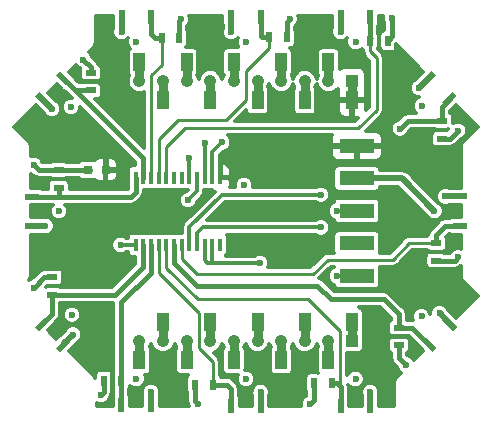
<source format=gbl>
G04 #@! TF.FileFunction,Copper,L4,Bot,Plane*
%FSLAX46Y46*%
G04 Gerber Fmt 4.6, Leading zero omitted, Abs format (unit mm)*
G04 Created by KiCad (PCBNEW 4.0.7-e2-6376~58~ubuntu16.04.1) date Mon Aug  6 19:30:18 2018*
%MOMM*%
%LPD*%
G01*
G04 APERTURE LIST*
%ADD10C,0.100000*%
%ADD11C,1.050000*%
%ADD12R,1.050000X1.050000*%
%ADD13R,1.000000X1.600000*%
%ADD14R,0.500000X1.250000*%
%ADD15R,1.250000X0.500000*%
%ADD16R,3.000000X1.250000*%
%ADD17R,0.400000X1.100000*%
%ADD18R,0.500000X0.900000*%
%ADD19R,0.900000X0.500000*%
%ADD20R,0.800000X0.750000*%
%ADD21C,0.600000*%
%ADD22C,0.300000*%
%ADD23C,0.400000*%
%ADD24C,0.250000*%
%ADD25C,0.800000*%
%ADD26C,0.500000*%
%ADD27C,0.351000*%
G04 APERTURE END LIST*
D10*
D11*
X129600000Y-95750000D03*
X145600000Y-95750000D03*
D12*
X147600000Y-95750000D03*
D11*
X133600000Y-95750000D03*
X131600000Y-95750000D03*
X143600000Y-95750000D03*
X141600000Y-95750000D03*
X135600000Y-95750000D03*
X137600000Y-95750000D03*
X139600000Y-95750000D03*
D13*
X147600000Y-97350000D03*
X145600000Y-94150000D03*
X143600000Y-97350000D03*
X141600000Y-94150000D03*
X139600000Y-97350000D03*
X137600000Y-94150000D03*
X135600000Y-97350000D03*
X133600000Y-94150000D03*
X131600000Y-97350000D03*
X129600000Y-94150000D03*
D11*
X147600000Y-95750000D03*
X145600000Y-95750000D03*
X143600000Y-95750000D03*
X141600000Y-95750000D03*
X139600000Y-95750000D03*
X137600000Y-95750000D03*
X135600000Y-95750000D03*
X133600000Y-95750000D03*
X131600000Y-95750000D03*
X129600000Y-95750000D03*
D14*
X130580000Y-90290000D03*
X128080000Y-90290000D03*
X139860000Y-90320000D03*
X137360000Y-90320000D03*
X149130000Y-90300000D03*
X146630000Y-90300000D03*
X146640000Y-123200000D03*
X149140000Y-123200000D03*
X128070000Y-123140000D03*
X130570000Y-123140000D03*
D10*
G36*
X156472601Y-96998718D02*
X155588718Y-97882601D01*
X155235165Y-97529048D01*
X156119048Y-96645165D01*
X156472601Y-96998718D01*
X156472601Y-96998718D01*
G37*
G36*
X154704835Y-95230952D02*
X153820952Y-96114835D01*
X153467399Y-95761282D01*
X154351282Y-94877399D01*
X154704835Y-95230952D01*
X154704835Y-95230952D01*
G37*
D15*
X156720000Y-108000000D03*
X156720000Y-105500000D03*
X120460000Y-105510000D03*
X120460000Y-108010000D03*
D14*
X137350000Y-123200000D03*
X139850000Y-123200000D03*
D10*
G36*
X120727399Y-116561282D02*
X121611282Y-115677399D01*
X121964835Y-116030952D01*
X121080952Y-116914835D01*
X120727399Y-116561282D01*
X120727399Y-116561282D01*
G37*
G36*
X122495165Y-118329048D02*
X123379048Y-117445165D01*
X123732601Y-117798718D01*
X122848718Y-118682601D01*
X122495165Y-118329048D01*
X122495165Y-118329048D01*
G37*
G36*
X154371282Y-118652601D02*
X153487399Y-117768718D01*
X153840952Y-117415165D01*
X154724835Y-118299048D01*
X154371282Y-118652601D01*
X154371282Y-118652601D01*
G37*
G36*
X156139048Y-116884835D02*
X155255165Y-116000952D01*
X155608718Y-115647399D01*
X156492601Y-116531282D01*
X156139048Y-116884835D01*
X156139048Y-116884835D01*
G37*
G36*
X122868718Y-94867399D02*
X123752601Y-95751282D01*
X123399048Y-96104835D01*
X122515165Y-95220952D01*
X122868718Y-94867399D01*
X122868718Y-94867399D01*
G37*
G36*
X121100952Y-96635165D02*
X121984835Y-97519048D01*
X121631282Y-97872601D01*
X120747399Y-96988718D01*
X121100952Y-96635165D01*
X121100952Y-96635165D01*
G37*
D11*
X129600000Y-117750000D03*
X145600000Y-117750000D03*
D12*
X147600000Y-117750000D03*
D11*
X133600000Y-117750000D03*
X131600000Y-117750000D03*
X143600000Y-117750000D03*
X141600000Y-117750000D03*
X135600000Y-117750000D03*
X137600000Y-117750000D03*
X139600000Y-117750000D03*
D13*
X147600000Y-116150000D03*
X145600000Y-119350000D03*
X143600000Y-116150000D03*
X141600000Y-119350000D03*
X139600000Y-116150000D03*
X137600000Y-119350000D03*
X135600000Y-116150000D03*
X133600000Y-119350000D03*
X131600000Y-116150000D03*
X129600000Y-119350000D03*
D11*
X147600000Y-117750000D03*
X145600000Y-117750000D03*
X143600000Y-117750000D03*
X141600000Y-117750000D03*
X139600000Y-117750000D03*
X137600000Y-117750000D03*
X135600000Y-117750000D03*
X133600000Y-117750000D03*
X131600000Y-117750000D03*
X129600000Y-117750000D03*
D16*
X148000000Y-112225000D03*
X148000000Y-109475000D03*
X148000000Y-106725000D03*
X148000000Y-103975000D03*
X148000000Y-101225000D03*
D17*
X136425000Y-109600000D03*
X135775000Y-109600000D03*
X135125000Y-109600000D03*
X134475000Y-109600000D03*
X133825000Y-109600000D03*
X133175000Y-109600000D03*
X132525000Y-109600000D03*
X131875000Y-109600000D03*
X131225000Y-109600000D03*
X130575000Y-109600000D03*
X129925000Y-109600000D03*
X129275000Y-109600000D03*
X129275000Y-103900000D03*
X129925000Y-103900000D03*
X130575000Y-103900000D03*
X131225000Y-103900000D03*
X131875000Y-103900000D03*
X132525000Y-103900000D03*
X133175000Y-103900000D03*
X133825000Y-103900000D03*
X134475000Y-103900000D03*
X135125000Y-103900000D03*
X135775000Y-103900000D03*
X136425000Y-103900000D03*
D18*
X132975000Y-92050000D03*
X131475000Y-92050000D03*
X142075000Y-92025000D03*
X140575000Y-92025000D03*
X150625000Y-92350000D03*
X149125000Y-92350000D03*
D19*
X155225000Y-100600000D03*
X155225000Y-99100000D03*
X154725000Y-110925000D03*
X154725000Y-109425000D03*
X151575000Y-118100000D03*
X151575000Y-116600000D03*
D18*
X144375000Y-121325000D03*
X145875000Y-121325000D03*
X134300000Y-121425000D03*
X135800000Y-121425000D03*
X126575000Y-121100000D03*
X128075000Y-121100000D03*
D19*
X122225000Y-112350000D03*
X122225000Y-113850000D03*
X122750000Y-103250000D03*
X122750000Y-104750000D03*
X125500000Y-95025000D03*
X125500000Y-96525000D03*
D20*
X125225000Y-103250000D03*
X126725000Y-103250000D03*
D21*
X128000000Y-109600000D03*
X139825000Y-111125000D03*
X133725000Y-105825000D03*
X146300000Y-112225000D03*
X126325000Y-122325000D03*
X151020000Y-90390000D03*
X133100000Y-90500000D03*
X142320000Y-90500000D03*
X156570000Y-99930000D03*
X156570000Y-110660000D03*
X152180000Y-119780000D03*
X144050000Y-123060000D03*
X134570000Y-123060000D03*
X120650000Y-113230000D03*
X124840000Y-93910000D03*
X120650000Y-102830000D03*
X146300000Y-101225000D03*
X153425000Y-103425000D03*
X126410000Y-116510000D03*
X153430000Y-113980000D03*
X131830000Y-119770000D03*
X139860000Y-119780000D03*
X150370000Y-117100000D03*
X136110000Y-93590000D03*
X126820000Y-96600000D03*
X123960000Y-101620000D03*
X123970000Y-109240000D03*
X150970000Y-96830000D03*
X143600000Y-93590000D03*
X144975000Y-108125000D03*
X136600000Y-100925000D03*
X123870000Y-115510000D03*
X138610000Y-120970000D03*
X123820000Y-97940000D03*
X122770000Y-106750000D03*
X147890000Y-120960000D03*
X153490000Y-115650000D03*
X154570000Y-106750000D03*
X153520000Y-97820000D03*
X138610000Y-92430000D03*
X129330000Y-92430000D03*
X147890000Y-92430000D03*
X129340000Y-120970000D03*
X146300000Y-106725000D03*
X138450000Y-104525000D03*
X135125000Y-100950000D03*
X122200000Y-98090000D03*
X121630000Y-108000000D03*
X123970000Y-117190000D03*
X130580000Y-122040000D03*
X139860000Y-122040000D03*
X149140000Y-122040000D03*
X155010000Y-115400000D03*
X155500000Y-105500000D03*
X153260000Y-96320000D03*
X137360000Y-91560000D03*
X146630000Y-91560000D03*
X128080000Y-91560000D03*
X151675000Y-99750000D03*
X144975000Y-105350000D03*
X133825000Y-102275000D03*
D22*
X128000000Y-109600000D02*
X129275000Y-109600000D01*
X135125000Y-109600000D02*
X135125000Y-110905000D01*
X135345000Y-111125000D02*
X135925000Y-111125000D01*
X135125000Y-110905000D02*
X135345000Y-111125000D01*
X135775000Y-109600000D02*
X135775000Y-110975000D01*
X135775000Y-110975000D02*
X135925000Y-111125000D01*
X135925000Y-111125000D02*
X139825000Y-111125000D01*
D23*
X125225000Y-103250000D02*
X122750000Y-103250000D01*
X142075000Y-92025000D02*
X142075000Y-90745000D01*
X142075000Y-90745000D02*
X142320000Y-90500000D01*
X132975000Y-92050000D02*
X132975000Y-90625000D01*
X132975000Y-90625000D02*
X133100000Y-90500000D01*
X125500000Y-95025000D02*
X125500000Y-94570000D01*
X125500000Y-94570000D02*
X124840000Y-93910000D01*
X122750000Y-103250000D02*
X121070000Y-103250000D01*
X121070000Y-103250000D02*
X120650000Y-102830000D01*
X122225000Y-112350000D02*
X121530000Y-112350000D01*
X121530000Y-112350000D02*
X120650000Y-113230000D01*
X126575000Y-121100000D02*
X126575000Y-122075000D01*
X126575000Y-122075000D02*
X126325000Y-122325000D01*
X134300000Y-121425000D02*
X134300000Y-122790000D01*
X134300000Y-122790000D02*
X134570000Y-123060000D01*
X144375000Y-121325000D02*
X144375000Y-122735000D01*
X144375000Y-122735000D02*
X144050000Y-123060000D01*
X151575000Y-118100000D02*
X151575000Y-119175000D01*
X151575000Y-119175000D02*
X152180000Y-119780000D01*
X154725000Y-110925000D02*
X156305000Y-110925000D01*
X156305000Y-110925000D02*
X156570000Y-110660000D01*
X155225000Y-100600000D02*
X155900000Y-100600000D01*
X155900000Y-100600000D02*
X156570000Y-99930000D01*
X151020000Y-90390000D02*
X151020000Y-91955000D01*
X151020000Y-91955000D02*
X150625000Y-92350000D01*
D22*
X134475000Y-103900000D02*
X134475000Y-105075000D01*
X134475000Y-105075000D02*
X133725000Y-105825000D01*
D23*
X125425000Y-103250000D02*
X122750000Y-103250000D01*
X132975000Y-90625000D02*
X133100000Y-90500000D01*
D24*
X135775000Y-110975000D02*
X135925000Y-111125000D01*
X148000000Y-112225000D02*
X146300000Y-112225000D01*
X126575000Y-122075000D02*
X126325000Y-122325000D01*
X125500000Y-94570000D02*
X124840000Y-93910000D01*
X121530000Y-112350000D02*
X120650000Y-113230000D01*
X151575000Y-119175000D02*
X152180000Y-119780000D01*
D25*
X129600000Y-94150000D02*
X129600000Y-95750000D01*
D24*
X151575000Y-119175000D02*
X152180000Y-119780000D01*
D23*
X123960000Y-101620000D02*
X126530000Y-101620000D01*
X126725000Y-101815000D02*
X126725000Y-103250000D01*
X126530000Y-101620000D02*
X126725000Y-101815000D01*
D24*
X144275000Y-101225000D02*
X146300000Y-101225000D01*
X146300000Y-101225000D02*
X151225000Y-101225000D01*
X151225000Y-101225000D02*
X151125000Y-101125000D01*
X151125000Y-101125000D02*
X151125000Y-101225000D01*
D23*
X136425000Y-103900000D02*
X136425000Y-102575000D01*
X137775000Y-101225000D02*
X144275000Y-101225000D01*
X144275000Y-101225000D02*
X148000000Y-101225000D01*
X136425000Y-102575000D02*
X137775000Y-101225000D01*
D26*
X148000000Y-101225000D02*
X151125000Y-101225000D01*
X151125000Y-101225000D02*
X151225000Y-101225000D01*
X151225000Y-101225000D02*
X153425000Y-103425000D01*
X153425000Y-103425000D02*
X153450000Y-103425000D01*
D25*
X147600000Y-95750000D02*
X147600000Y-97350000D01*
D22*
X134475000Y-109600000D02*
X134475000Y-108605000D01*
X134955000Y-108125000D02*
X144975000Y-108125000D01*
X134475000Y-108605000D02*
X134955000Y-108125000D01*
X135775000Y-103900000D02*
X135775000Y-101750000D01*
X135775000Y-101750000D02*
X136600000Y-100925000D01*
D26*
X148000000Y-103975000D02*
X151795000Y-103975000D01*
X151795000Y-103975000D02*
X154570000Y-106750000D01*
D25*
X141600000Y-95750000D02*
X141600000Y-94150000D01*
D24*
X148000000Y-106725000D02*
X146300000Y-106725000D01*
D22*
X135125000Y-103900000D02*
X135125000Y-100950000D01*
D25*
X139600000Y-95750000D02*
X139600000Y-97350000D01*
D26*
X122200000Y-98090000D02*
X121436117Y-97326117D01*
X121436117Y-97326117D02*
X121436117Y-97323883D01*
X121630000Y-108000000D02*
X120550000Y-108000000D01*
X123970000Y-117190000D02*
X123216117Y-117943883D01*
X123216117Y-117943883D02*
X123203883Y-117943883D01*
X130580000Y-122040000D02*
X130580000Y-123110000D01*
X139860000Y-122040000D02*
X139860000Y-123110000D01*
X149140000Y-122040000D02*
X149140000Y-123110000D01*
X155010000Y-115400000D02*
X155783883Y-116173883D01*
X155783883Y-116173883D02*
X155783883Y-116176117D01*
X156660000Y-105500000D02*
X155500000Y-105500000D01*
X153260000Y-96320000D02*
X154016117Y-95563883D01*
X154016117Y-95563883D02*
X154016117Y-95556117D01*
X137360000Y-90390000D02*
X137360000Y-91560000D01*
X128080000Y-90390000D02*
X128080000Y-91560000D01*
X146640000Y-91550000D02*
X146640000Y-90390000D01*
X146630000Y-91560000D02*
X146640000Y-91550000D01*
D22*
X133825000Y-109600000D02*
X133825000Y-108100000D01*
X133825000Y-108100000D02*
X136575000Y-105350000D01*
X136575000Y-105350000D02*
X144975000Y-105350000D01*
D23*
X155225000Y-99100000D02*
X152325000Y-99100000D01*
X152325000Y-99100000D02*
X151675000Y-99750000D01*
X155225000Y-99100000D02*
X155225000Y-97892766D01*
X155225000Y-97892766D02*
X155853883Y-97263883D01*
D24*
X155225000Y-97892766D02*
X155853883Y-97263883D01*
X151675000Y-99750000D02*
X152325000Y-99100000D01*
D23*
X154725000Y-109425000D02*
X154725000Y-108775000D01*
X155500000Y-108000000D02*
X156720000Y-108000000D01*
X154725000Y-108775000D02*
X155500000Y-108000000D01*
D24*
X133175000Y-109600000D02*
X133175000Y-110775000D01*
X144300000Y-112075000D02*
X145525000Y-110850000D01*
X134475000Y-112075000D02*
X144300000Y-112075000D01*
X133175000Y-110775000D02*
X134475000Y-112075000D01*
X145525000Y-110850000D02*
X151025000Y-110850000D01*
X154725000Y-109425000D02*
X152450000Y-109425000D01*
X152450000Y-109425000D02*
X151025000Y-110850000D01*
X154425000Y-109425000D02*
X154725000Y-109425000D01*
D23*
X132525000Y-109600000D02*
X132525000Y-111100000D01*
X132525000Y-111100000D02*
X134475000Y-113050000D01*
X134475000Y-113050000D02*
X144625000Y-113050000D01*
X144625000Y-113050000D02*
X145775000Y-114200000D01*
X145775000Y-114200000D02*
X150282234Y-114200000D01*
X150282234Y-114200000D02*
X151575000Y-115492766D01*
X151575000Y-115492766D02*
X151575000Y-116600000D01*
X151575000Y-116600000D02*
X152672234Y-116600000D01*
X152672234Y-116600000D02*
X154106117Y-118033883D01*
D24*
X151575000Y-116600000D02*
X151575000Y-116450000D01*
X132525000Y-111100000D02*
X134475000Y-113050000D01*
X144625000Y-113050000D02*
X145775000Y-114200000D01*
D23*
X146640000Y-123200000D02*
X146640000Y-121665000D01*
X146300000Y-121325000D02*
X145875000Y-121325000D01*
X146640000Y-121665000D02*
X146300000Y-121325000D01*
D24*
X145875000Y-121325000D02*
X146600000Y-121325000D01*
X146600000Y-121325000D02*
X146550000Y-121325000D01*
X146550000Y-121325000D02*
X146600000Y-121325000D01*
X131875000Y-109600000D02*
X131875000Y-111525000D01*
X146600000Y-116925000D02*
X146600000Y-121325000D01*
X146600000Y-121325000D02*
X146600000Y-123160000D01*
X143850000Y-114175000D02*
X146600000Y-116925000D01*
X134525000Y-114175000D02*
X143850000Y-114175000D01*
X131875000Y-111525000D02*
X134525000Y-114175000D01*
X146600000Y-123160000D02*
X146640000Y-123200000D01*
X146600000Y-123075000D02*
X146625000Y-123100000D01*
D23*
X135800000Y-121425000D02*
X136975000Y-121425000D01*
X136975000Y-121425000D02*
X137350000Y-121800000D01*
X137350000Y-121800000D02*
X137350000Y-123200000D01*
D24*
X136975000Y-121425000D02*
X137350000Y-121800000D01*
X137350000Y-121800000D02*
X137350000Y-123200000D01*
X131225000Y-109600000D02*
X131225000Y-111975000D01*
X135800000Y-119500000D02*
X135800000Y-121425000D01*
X134600000Y-118300000D02*
X135800000Y-119500000D01*
X134600000Y-115350000D02*
X134600000Y-118300000D01*
X131225000Y-111975000D02*
X134600000Y-115350000D01*
X137350000Y-121800000D02*
X137350000Y-123100000D01*
D23*
X128075000Y-121100000D02*
X128075000Y-114450000D01*
X128075000Y-114450000D02*
X130575000Y-111950000D01*
X130575000Y-111950000D02*
X130575000Y-109600000D01*
D24*
X130575000Y-109600000D02*
X130575000Y-111950000D01*
X128070000Y-114455000D02*
X128070000Y-114655000D01*
X128070000Y-114655000D02*
X128070000Y-123140000D01*
X130575000Y-111950000D02*
X128070000Y-114455000D01*
D23*
X128075000Y-121100000D02*
X128075000Y-123135000D01*
X128075000Y-123135000D02*
X128070000Y-123140000D01*
D24*
X128080000Y-121450000D02*
X128080000Y-123110000D01*
D23*
X122225000Y-113850000D02*
X127550000Y-113850000D01*
X127550000Y-113850000D02*
X129925000Y-111475000D01*
X129925000Y-111475000D02*
X129925000Y-109600000D01*
D24*
X129925000Y-109600000D02*
X129925000Y-111475000D01*
X129925000Y-111475000D02*
X127550000Y-113850000D01*
D23*
X122225000Y-113850000D02*
X122225000Y-115417234D01*
X122225000Y-115417234D02*
X121346117Y-116296117D01*
D24*
X121346117Y-116296117D02*
X121353883Y-116296117D01*
D23*
X120460000Y-105510000D02*
X128915000Y-105510000D01*
X128915000Y-105510000D02*
X129275000Y-105150000D01*
X129275000Y-105150000D02*
X129275000Y-103900000D01*
X122750000Y-104750000D02*
X122750000Y-105510000D01*
X122750000Y-105510000D02*
X120460000Y-105510000D01*
D24*
X122800000Y-105475000D02*
X122800000Y-105510000D01*
X122785000Y-105475000D02*
X122800000Y-105475000D01*
X122750000Y-105510000D02*
X122785000Y-105475000D01*
X120460000Y-105510000D02*
X122800000Y-105510000D01*
X129275000Y-105150000D02*
X129275000Y-103900000D01*
X128915000Y-105510000D02*
X129275000Y-105150000D01*
D23*
X129925000Y-103900000D02*
X129925000Y-102275000D01*
X129925000Y-102275000D02*
X124175000Y-96525000D01*
X124175000Y-96525000D02*
X124172766Y-96525000D01*
X125500000Y-96525000D02*
X124172766Y-96525000D01*
X124172766Y-96525000D02*
X123133883Y-95486117D01*
D24*
X123133883Y-95486117D02*
X123136117Y-95486117D01*
X123136117Y-95486117D02*
X125075000Y-97425000D01*
X125075000Y-97425000D02*
X125125000Y-97475000D01*
X125125000Y-97475000D02*
X129925000Y-102275000D01*
D23*
X131475000Y-92050000D02*
X130900000Y-92050000D01*
X130580000Y-91730000D02*
X130580000Y-90290000D01*
X130900000Y-92050000D02*
X130580000Y-91730000D01*
D24*
X130575000Y-103900000D02*
X130575000Y-102225000D01*
X131475000Y-94350000D02*
X131475000Y-92050000D01*
X130575000Y-95250000D02*
X131475000Y-94350000D01*
X130575000Y-102225000D02*
X130575000Y-95250000D01*
D23*
X140575000Y-92025000D02*
X139950000Y-92025000D01*
X139950000Y-92025000D02*
X139860000Y-91935000D01*
X139860000Y-91935000D02*
X139860000Y-90320000D01*
D24*
X139860000Y-91935000D02*
X139860000Y-90320000D01*
X139950000Y-92025000D02*
X139860000Y-91935000D01*
X131225000Y-103900000D02*
X131225000Y-100600000D01*
X140575000Y-92900000D02*
X140575000Y-92025000D01*
X138600000Y-94875000D02*
X140575000Y-92900000D01*
X138600000Y-97325000D02*
X138600000Y-94875000D01*
X136925000Y-99000000D02*
X138600000Y-97325000D01*
X132825000Y-99000000D02*
X136925000Y-99000000D01*
X131225000Y-100600000D02*
X132825000Y-99000000D01*
D23*
X149125000Y-92350000D02*
X149125000Y-90305000D01*
X149125000Y-90305000D02*
X149130000Y-90300000D01*
D24*
X149130000Y-90300000D02*
X149130000Y-92345000D01*
X149130000Y-92345000D02*
X149125000Y-92350000D01*
X149125000Y-92350000D02*
X149125000Y-93225000D01*
X149125000Y-93225000D02*
X149675000Y-93775000D01*
X149675000Y-97775000D02*
X149675000Y-98150000D01*
X149675000Y-98150000D02*
X148100000Y-99725000D01*
X149130000Y-90300000D02*
X149130000Y-91930000D01*
X149130000Y-91930000D02*
X149275000Y-92075000D01*
X131875000Y-103900000D02*
X131875000Y-101325000D01*
X133475000Y-99725000D02*
X148100000Y-99725000D01*
X131875000Y-101325000D02*
X133475000Y-99725000D01*
X149675000Y-97775000D02*
X149675000Y-93775000D01*
D25*
X133600000Y-119350000D02*
X133600000Y-117750000D01*
D26*
X133600000Y-117750000D02*
X133600000Y-118925000D01*
D22*
X133825000Y-103900000D02*
X133825000Y-102275000D01*
D25*
X129600000Y-117750000D02*
X129600000Y-119350000D01*
X145600000Y-119350000D02*
X145600000Y-117750000D01*
X147600000Y-116150000D02*
X147600000Y-117750000D01*
X131600000Y-116150000D02*
X131600000Y-117750000D01*
X143600000Y-116150000D02*
X143600000Y-117750000D01*
X141600000Y-119350000D02*
X141600000Y-117750000D01*
X135600000Y-116150000D02*
X135600000Y-117750000D01*
X137600000Y-119350000D02*
X137600000Y-117750000D01*
X139600000Y-116150000D02*
X139600000Y-117750000D01*
X145600000Y-94150000D02*
X145600000Y-95750000D01*
X133600000Y-95750000D02*
X133600000Y-94150000D01*
X131600000Y-95750000D02*
X131600000Y-97350000D01*
X143600000Y-95750000D02*
X143600000Y-97350000D01*
X135600000Y-95750000D02*
X135600000Y-97350000D01*
X137600000Y-95750000D02*
X137600000Y-94150000D01*
D27*
G36*
X144724500Y-118251080D02*
X144724500Y-118257295D01*
X144653382Y-118361380D01*
X144615185Y-118550000D01*
X144615185Y-120150000D01*
X144648341Y-120326210D01*
X144699174Y-120405206D01*
X144625000Y-120390185D01*
X144125000Y-120390185D01*
X143948790Y-120423341D01*
X143786953Y-120527481D01*
X143678382Y-120686380D01*
X143640185Y-120875000D01*
X143640185Y-121775000D01*
X143673341Y-121951210D01*
X143699500Y-121991862D01*
X143699500Y-122365732D01*
X143611288Y-122402180D01*
X143392946Y-122620141D01*
X143274635Y-122905067D01*
X143274366Y-123213580D01*
X143289208Y-123249500D01*
X140584815Y-123249500D01*
X140584815Y-123113444D01*
X140585500Y-123110000D01*
X140585500Y-122315022D01*
X140635365Y-122194933D01*
X140635634Y-121886420D01*
X140517820Y-121601288D01*
X140299859Y-121382946D01*
X140014933Y-121264635D01*
X139706420Y-121264366D01*
X139421288Y-121382180D01*
X139202946Y-121600141D01*
X139084635Y-121885067D01*
X139084366Y-122193580D01*
X139134500Y-122314914D01*
X139134500Y-122479621D01*
X139115185Y-122575000D01*
X139115185Y-123249500D01*
X138084815Y-123249500D01*
X138084815Y-122575000D01*
X138051659Y-122398790D01*
X138025500Y-122358138D01*
X138025500Y-121800000D01*
X137974081Y-121541497D01*
X137827651Y-121322349D01*
X137452651Y-120947349D01*
X137233503Y-120800919D01*
X136975000Y-120749499D01*
X136974995Y-120749500D01*
X136469942Y-120749500D01*
X136400500Y-120641586D01*
X136400500Y-119500000D01*
X136354790Y-119270199D01*
X136224618Y-119075382D01*
X136224615Y-119075380D01*
X135870153Y-118720917D01*
X136165997Y-118598677D01*
X136447688Y-118317478D01*
X136600187Y-117950220D01*
X136724500Y-118251080D01*
X136724500Y-118257295D01*
X136653382Y-118361380D01*
X136615185Y-118550000D01*
X136615185Y-120150000D01*
X136648341Y-120326210D01*
X136752481Y-120488047D01*
X136911380Y-120596618D01*
X137100000Y-120634815D01*
X137909482Y-120634815D01*
X137834635Y-120815067D01*
X137834366Y-121123580D01*
X137952180Y-121408712D01*
X138170141Y-121627054D01*
X138455067Y-121745365D01*
X138763580Y-121745634D01*
X139048712Y-121627820D01*
X139267054Y-121409859D01*
X139385365Y-121124933D01*
X139385634Y-120816420D01*
X139267820Y-120531288D01*
X139049859Y-120312946D01*
X138764933Y-120194635D01*
X138575809Y-120194470D01*
X138584815Y-120150000D01*
X138584815Y-118550000D01*
X138551659Y-118373790D01*
X138475500Y-118255436D01*
X138475500Y-118250499D01*
X138600187Y-117950220D01*
X138751323Y-118315997D01*
X139032522Y-118597688D01*
X139400115Y-118750326D01*
X139798139Y-118750673D01*
X140165997Y-118598677D01*
X140447688Y-118317478D01*
X140600187Y-117950220D01*
X140724500Y-118251080D01*
X140724500Y-118257295D01*
X140653382Y-118361380D01*
X140615185Y-118550000D01*
X140615185Y-120150000D01*
X140648341Y-120326210D01*
X140752481Y-120488047D01*
X140911380Y-120596618D01*
X141100000Y-120634815D01*
X142100000Y-120634815D01*
X142276210Y-120601659D01*
X142438047Y-120497519D01*
X142546618Y-120338620D01*
X142584815Y-120150000D01*
X142584815Y-118550000D01*
X142551659Y-118373790D01*
X142475500Y-118255436D01*
X142475500Y-118250499D01*
X142600187Y-117950220D01*
X142751323Y-118315997D01*
X143032522Y-118597688D01*
X143400115Y-118750326D01*
X143798139Y-118750673D01*
X144165997Y-118598677D01*
X144447688Y-118317478D01*
X144600187Y-117950220D01*
X144724500Y-118251080D01*
X144724500Y-118251080D01*
G37*
X144724500Y-118251080D02*
X144724500Y-118257295D01*
X144653382Y-118361380D01*
X144615185Y-118550000D01*
X144615185Y-120150000D01*
X144648341Y-120326210D01*
X144699174Y-120405206D01*
X144625000Y-120390185D01*
X144125000Y-120390185D01*
X143948790Y-120423341D01*
X143786953Y-120527481D01*
X143678382Y-120686380D01*
X143640185Y-120875000D01*
X143640185Y-121775000D01*
X143673341Y-121951210D01*
X143699500Y-121991862D01*
X143699500Y-122365732D01*
X143611288Y-122402180D01*
X143392946Y-122620141D01*
X143274635Y-122905067D01*
X143274366Y-123213580D01*
X143289208Y-123249500D01*
X140584815Y-123249500D01*
X140584815Y-123113444D01*
X140585500Y-123110000D01*
X140585500Y-122315022D01*
X140635365Y-122194933D01*
X140635634Y-121886420D01*
X140517820Y-121601288D01*
X140299859Y-121382946D01*
X140014933Y-121264635D01*
X139706420Y-121264366D01*
X139421288Y-121382180D01*
X139202946Y-121600141D01*
X139084635Y-121885067D01*
X139084366Y-122193580D01*
X139134500Y-122314914D01*
X139134500Y-122479621D01*
X139115185Y-122575000D01*
X139115185Y-123249500D01*
X138084815Y-123249500D01*
X138084815Y-122575000D01*
X138051659Y-122398790D01*
X138025500Y-122358138D01*
X138025500Y-121800000D01*
X137974081Y-121541497D01*
X137827651Y-121322349D01*
X137452651Y-120947349D01*
X137233503Y-120800919D01*
X136975000Y-120749499D01*
X136974995Y-120749500D01*
X136469942Y-120749500D01*
X136400500Y-120641586D01*
X136400500Y-119500000D01*
X136354790Y-119270199D01*
X136224618Y-119075382D01*
X136224615Y-119075380D01*
X135870153Y-118720917D01*
X136165997Y-118598677D01*
X136447688Y-118317478D01*
X136600187Y-117950220D01*
X136724500Y-118251080D01*
X136724500Y-118257295D01*
X136653382Y-118361380D01*
X136615185Y-118550000D01*
X136615185Y-120150000D01*
X136648341Y-120326210D01*
X136752481Y-120488047D01*
X136911380Y-120596618D01*
X137100000Y-120634815D01*
X137909482Y-120634815D01*
X137834635Y-120815067D01*
X137834366Y-121123580D01*
X137952180Y-121408712D01*
X138170141Y-121627054D01*
X138455067Y-121745365D01*
X138763580Y-121745634D01*
X139048712Y-121627820D01*
X139267054Y-121409859D01*
X139385365Y-121124933D01*
X139385634Y-120816420D01*
X139267820Y-120531288D01*
X139049859Y-120312946D01*
X138764933Y-120194635D01*
X138575809Y-120194470D01*
X138584815Y-120150000D01*
X138584815Y-118550000D01*
X138551659Y-118373790D01*
X138475500Y-118255436D01*
X138475500Y-118250499D01*
X138600187Y-117950220D01*
X138751323Y-118315997D01*
X139032522Y-118597688D01*
X139400115Y-118750326D01*
X139798139Y-118750673D01*
X140165997Y-118598677D01*
X140447688Y-118317478D01*
X140600187Y-117950220D01*
X140724500Y-118251080D01*
X140724500Y-118257295D01*
X140653382Y-118361380D01*
X140615185Y-118550000D01*
X140615185Y-120150000D01*
X140648341Y-120326210D01*
X140752481Y-120488047D01*
X140911380Y-120596618D01*
X141100000Y-120634815D01*
X142100000Y-120634815D01*
X142276210Y-120601659D01*
X142438047Y-120497519D01*
X142546618Y-120338620D01*
X142584815Y-120150000D01*
X142584815Y-118550000D01*
X142551659Y-118373790D01*
X142475500Y-118255436D01*
X142475500Y-118250499D01*
X142600187Y-117950220D01*
X142751323Y-118315997D01*
X143032522Y-118597688D01*
X143400115Y-118750326D01*
X143798139Y-118750673D01*
X144165997Y-118598677D01*
X144447688Y-118317478D01*
X144600187Y-117950220D01*
X144724500Y-118251080D01*
G36*
X150899500Y-115772567D02*
X150899500Y-115930058D01*
X150786953Y-116002481D01*
X150678382Y-116161380D01*
X150640185Y-116350000D01*
X150640185Y-116850000D01*
X150673341Y-117026210D01*
X150777481Y-117188047D01*
X150936380Y-117296618D01*
X151125000Y-117334815D01*
X152025000Y-117334815D01*
X152201210Y-117301659D01*
X152241862Y-117275500D01*
X152392432Y-117275500D01*
X153031295Y-117914362D01*
X153038217Y-117951150D01*
X153144583Y-118111534D01*
X153612263Y-118579214D01*
X152841436Y-119350040D01*
X152837820Y-119341288D01*
X152619859Y-119122946D01*
X152377691Y-119022390D01*
X152250500Y-118895198D01*
X152250500Y-118769942D01*
X152363047Y-118697519D01*
X152471618Y-118538620D01*
X152509815Y-118350000D01*
X152509815Y-117850000D01*
X152476659Y-117673790D01*
X152372519Y-117511953D01*
X152213620Y-117403382D01*
X152025000Y-117365185D01*
X151125000Y-117365185D01*
X150948790Y-117398341D01*
X150786953Y-117502481D01*
X150678382Y-117661380D01*
X150640185Y-117850000D01*
X150640185Y-118350000D01*
X150673341Y-118526210D01*
X150777481Y-118688047D01*
X150899500Y-118771419D01*
X150899500Y-119174995D01*
X150899499Y-119175000D01*
X150950919Y-119433503D01*
X151097349Y-119652651D01*
X151422735Y-119978036D01*
X151522180Y-120218712D01*
X151740141Y-120437054D01*
X151750232Y-120441244D01*
X151330738Y-120860738D01*
X151211404Y-121039332D01*
X151181962Y-121187349D01*
X151169500Y-121250000D01*
X151169500Y-123249500D01*
X149874815Y-123249500D01*
X149874815Y-122575000D01*
X149865500Y-122525495D01*
X149865500Y-122315022D01*
X149915365Y-122194933D01*
X149915634Y-121886420D01*
X149797820Y-121601288D01*
X149579859Y-121382946D01*
X149294933Y-121264635D01*
X148986420Y-121264366D01*
X148701288Y-121382180D01*
X148482946Y-121600141D01*
X148364635Y-121885067D01*
X148364366Y-122193580D01*
X148414500Y-122314914D01*
X148414500Y-122529002D01*
X148405185Y-122575000D01*
X148405185Y-123249500D01*
X147374815Y-123249500D01*
X147374815Y-122575000D01*
X147341659Y-122398790D01*
X147315500Y-122358138D01*
X147315500Y-121665005D01*
X147315501Y-121665000D01*
X147270085Y-121436684D01*
X147450141Y-121617054D01*
X147735067Y-121735365D01*
X148043580Y-121735634D01*
X148328712Y-121617820D01*
X148547054Y-121399859D01*
X148665365Y-121114933D01*
X148665634Y-120806420D01*
X148547820Y-120521288D01*
X148329859Y-120302946D01*
X148044933Y-120184635D01*
X147736420Y-120184366D01*
X147451288Y-120302180D01*
X147232946Y-120520141D01*
X147200500Y-120598280D01*
X147200500Y-118759815D01*
X148125000Y-118759815D01*
X148301210Y-118726659D01*
X148463047Y-118622519D01*
X148571618Y-118463620D01*
X148609815Y-118275000D01*
X148609815Y-117225000D01*
X148576659Y-117048790D01*
X148567646Y-117034783D01*
X148584815Y-116950000D01*
X148584815Y-115350000D01*
X148551659Y-115173790D01*
X148447519Y-115011953D01*
X148288620Y-114903382D01*
X148150936Y-114875500D01*
X150002432Y-114875500D01*
X150899500Y-115772567D01*
X150899500Y-115772567D01*
G37*
X150899500Y-115772567D02*
X150899500Y-115930058D01*
X150786953Y-116002481D01*
X150678382Y-116161380D01*
X150640185Y-116350000D01*
X150640185Y-116850000D01*
X150673341Y-117026210D01*
X150777481Y-117188047D01*
X150936380Y-117296618D01*
X151125000Y-117334815D01*
X152025000Y-117334815D01*
X152201210Y-117301659D01*
X152241862Y-117275500D01*
X152392432Y-117275500D01*
X153031295Y-117914362D01*
X153038217Y-117951150D01*
X153144583Y-118111534D01*
X153612263Y-118579214D01*
X152841436Y-119350040D01*
X152837820Y-119341288D01*
X152619859Y-119122946D01*
X152377691Y-119022390D01*
X152250500Y-118895198D01*
X152250500Y-118769942D01*
X152363047Y-118697519D01*
X152471618Y-118538620D01*
X152509815Y-118350000D01*
X152509815Y-117850000D01*
X152476659Y-117673790D01*
X152372519Y-117511953D01*
X152213620Y-117403382D01*
X152025000Y-117365185D01*
X151125000Y-117365185D01*
X150948790Y-117398341D01*
X150786953Y-117502481D01*
X150678382Y-117661380D01*
X150640185Y-117850000D01*
X150640185Y-118350000D01*
X150673341Y-118526210D01*
X150777481Y-118688047D01*
X150899500Y-118771419D01*
X150899500Y-119174995D01*
X150899499Y-119175000D01*
X150950919Y-119433503D01*
X151097349Y-119652651D01*
X151422735Y-119978036D01*
X151522180Y-120218712D01*
X151740141Y-120437054D01*
X151750232Y-120441244D01*
X151330738Y-120860738D01*
X151211404Y-121039332D01*
X151181962Y-121187349D01*
X151169500Y-121250000D01*
X151169500Y-123249500D01*
X149874815Y-123249500D01*
X149874815Y-122575000D01*
X149865500Y-122525495D01*
X149865500Y-122315022D01*
X149915365Y-122194933D01*
X149915634Y-121886420D01*
X149797820Y-121601288D01*
X149579859Y-121382946D01*
X149294933Y-121264635D01*
X148986420Y-121264366D01*
X148701288Y-121382180D01*
X148482946Y-121600141D01*
X148364635Y-121885067D01*
X148364366Y-122193580D01*
X148414500Y-122314914D01*
X148414500Y-122529002D01*
X148405185Y-122575000D01*
X148405185Y-123249500D01*
X147374815Y-123249500D01*
X147374815Y-122575000D01*
X147341659Y-122398790D01*
X147315500Y-122358138D01*
X147315500Y-121665005D01*
X147315501Y-121665000D01*
X147270085Y-121436684D01*
X147450141Y-121617054D01*
X147735067Y-121735365D01*
X148043580Y-121735634D01*
X148328712Y-121617820D01*
X148547054Y-121399859D01*
X148665365Y-121114933D01*
X148665634Y-120806420D01*
X148547820Y-120521288D01*
X148329859Y-120302946D01*
X148044933Y-120184635D01*
X147736420Y-120184366D01*
X147451288Y-120302180D01*
X147232946Y-120520141D01*
X147200500Y-120598280D01*
X147200500Y-118759815D01*
X148125000Y-118759815D01*
X148301210Y-118726659D01*
X148463047Y-118622519D01*
X148571618Y-118463620D01*
X148609815Y-118275000D01*
X148609815Y-117225000D01*
X148576659Y-117048790D01*
X148567646Y-117034783D01*
X148584815Y-116950000D01*
X148584815Y-115350000D01*
X148551659Y-115173790D01*
X148447519Y-115011953D01*
X148288620Y-114903382D01*
X148150936Y-114875500D01*
X150002432Y-114875500D01*
X150899500Y-115772567D01*
G36*
X127399500Y-120430473D02*
X127378382Y-120461380D01*
X127340185Y-120650000D01*
X127340185Y-121550000D01*
X127373341Y-121726210D01*
X127399500Y-121766862D01*
X127399500Y-122288155D01*
X127373382Y-122326380D01*
X127335185Y-122515000D01*
X127335185Y-123249500D01*
X125990500Y-123249500D01*
X125990500Y-123025803D01*
X126170067Y-123100365D01*
X126478580Y-123100634D01*
X126763712Y-122982820D01*
X126982054Y-122764859D01*
X127098929Y-122483391D01*
X127199081Y-122333503D01*
X127250500Y-122075000D01*
X127250500Y-121769527D01*
X127271618Y-121738620D01*
X127309815Y-121550000D01*
X127309815Y-120650000D01*
X127276659Y-120473790D01*
X127172519Y-120311953D01*
X127013620Y-120203382D01*
X126825000Y-120165185D01*
X126325000Y-120165185D01*
X126148790Y-120198341D01*
X125986953Y-120302481D01*
X125878382Y-120461380D01*
X125840185Y-120650000D01*
X125840185Y-120837085D01*
X125829262Y-120820738D01*
X125739265Y-120730741D01*
X125739263Y-120730738D01*
X123612738Y-118604213D01*
X124075417Y-118141534D01*
X124142161Y-118043851D01*
X124288537Y-117897475D01*
X124408712Y-117847820D01*
X124627054Y-117629859D01*
X124745365Y-117344933D01*
X124745634Y-117036420D01*
X124627820Y-116751288D01*
X124409859Y-116532946D01*
X124124933Y-116414635D01*
X123816420Y-116414366D01*
X123531288Y-116532180D01*
X123312946Y-116750141D01*
X123262600Y-116871388D01*
X122727746Y-117406242D01*
X122690877Y-117430877D01*
X122656993Y-117481588D01*
X122573553Y-117565028D01*
X121844972Y-116836447D01*
X122307651Y-116373768D01*
X122408805Y-116225724D01*
X122419053Y-116178482D01*
X122702648Y-115894887D01*
X122702651Y-115894885D01*
X122849081Y-115675737D01*
X122851499Y-115663580D01*
X123094366Y-115663580D01*
X123212180Y-115948712D01*
X123430141Y-116167054D01*
X123715067Y-116285365D01*
X124023580Y-116285634D01*
X124308712Y-116167820D01*
X124527054Y-115949859D01*
X124645365Y-115664933D01*
X124645634Y-115356420D01*
X124527820Y-115071288D01*
X124309859Y-114852946D01*
X124024933Y-114734635D01*
X123716420Y-114734366D01*
X123431288Y-114852180D01*
X123212946Y-115070141D01*
X123094635Y-115355067D01*
X123094366Y-115663580D01*
X122851499Y-115663580D01*
X122900500Y-115417234D01*
X122900500Y-114525500D01*
X127399500Y-114525500D01*
X127399500Y-120430473D01*
X127399500Y-120430473D01*
G37*
X127399500Y-120430473D02*
X127378382Y-120461380D01*
X127340185Y-120650000D01*
X127340185Y-121550000D01*
X127373341Y-121726210D01*
X127399500Y-121766862D01*
X127399500Y-122288155D01*
X127373382Y-122326380D01*
X127335185Y-122515000D01*
X127335185Y-123249500D01*
X125990500Y-123249500D01*
X125990500Y-123025803D01*
X126170067Y-123100365D01*
X126478580Y-123100634D01*
X126763712Y-122982820D01*
X126982054Y-122764859D01*
X127098929Y-122483391D01*
X127199081Y-122333503D01*
X127250500Y-122075000D01*
X127250500Y-121769527D01*
X127271618Y-121738620D01*
X127309815Y-121550000D01*
X127309815Y-120650000D01*
X127276659Y-120473790D01*
X127172519Y-120311953D01*
X127013620Y-120203382D01*
X126825000Y-120165185D01*
X126325000Y-120165185D01*
X126148790Y-120198341D01*
X125986953Y-120302481D01*
X125878382Y-120461380D01*
X125840185Y-120650000D01*
X125840185Y-120837085D01*
X125829262Y-120820738D01*
X125739265Y-120730741D01*
X125739263Y-120730738D01*
X123612738Y-118604213D01*
X124075417Y-118141534D01*
X124142161Y-118043851D01*
X124288537Y-117897475D01*
X124408712Y-117847820D01*
X124627054Y-117629859D01*
X124745365Y-117344933D01*
X124745634Y-117036420D01*
X124627820Y-116751288D01*
X124409859Y-116532946D01*
X124124933Y-116414635D01*
X123816420Y-116414366D01*
X123531288Y-116532180D01*
X123312946Y-116750141D01*
X123262600Y-116871388D01*
X122727746Y-117406242D01*
X122690877Y-117430877D01*
X122656993Y-117481588D01*
X122573553Y-117565028D01*
X121844972Y-116836447D01*
X122307651Y-116373768D01*
X122408805Y-116225724D01*
X122419053Y-116178482D01*
X122702648Y-115894887D01*
X122702651Y-115894885D01*
X122849081Y-115675737D01*
X122851499Y-115663580D01*
X123094366Y-115663580D01*
X123212180Y-115948712D01*
X123430141Y-116167054D01*
X123715067Y-116285365D01*
X124023580Y-116285634D01*
X124308712Y-116167820D01*
X124527054Y-115949859D01*
X124645365Y-115664933D01*
X124645634Y-115356420D01*
X124527820Y-115071288D01*
X124309859Y-114852946D01*
X124024933Y-114734635D01*
X123716420Y-114734366D01*
X123431288Y-114852180D01*
X123212946Y-115070141D01*
X123094635Y-115355067D01*
X123094366Y-115663580D01*
X122851499Y-115663580D01*
X122900500Y-115417234D01*
X122900500Y-114525500D01*
X127399500Y-114525500D01*
X127399500Y-120430473D01*
G36*
X132724500Y-118251080D02*
X132724500Y-118257295D01*
X132653382Y-118361380D01*
X132615185Y-118550000D01*
X132615185Y-120150000D01*
X132648341Y-120326210D01*
X132752481Y-120488047D01*
X132911380Y-120596618D01*
X133100000Y-120634815D01*
X133706942Y-120634815D01*
X133603382Y-120786380D01*
X133565185Y-120975000D01*
X133565185Y-121875000D01*
X133598341Y-122051210D01*
X133624500Y-122091862D01*
X133624500Y-122789995D01*
X133624499Y-122790000D01*
X133675919Y-123048503D01*
X133807566Y-123245527D01*
X133809208Y-123249500D01*
X131304815Y-123249500D01*
X131304815Y-123113444D01*
X131305500Y-123110000D01*
X131305500Y-122315022D01*
X131355365Y-122194933D01*
X131355634Y-121886420D01*
X131237820Y-121601288D01*
X131019859Y-121382946D01*
X130734933Y-121264635D01*
X130426420Y-121264366D01*
X130141288Y-121382180D01*
X129922946Y-121600141D01*
X129804635Y-121885067D01*
X129804366Y-122193580D01*
X129854500Y-122314914D01*
X129854500Y-122419621D01*
X129835185Y-122515000D01*
X129835185Y-123249500D01*
X128804815Y-123249500D01*
X128804815Y-122515000D01*
X128771659Y-122338790D01*
X128750500Y-122305908D01*
X128750500Y-121769527D01*
X128771618Y-121738620D01*
X128809815Y-121550000D01*
X128809815Y-121536570D01*
X128900141Y-121627054D01*
X129185067Y-121745365D01*
X129493580Y-121745634D01*
X129778712Y-121627820D01*
X129997054Y-121409859D01*
X130115365Y-121124933D01*
X130115634Y-120816420D01*
X130040596Y-120634815D01*
X130100000Y-120634815D01*
X130276210Y-120601659D01*
X130438047Y-120497519D01*
X130546618Y-120338620D01*
X130584815Y-120150000D01*
X130584815Y-118550000D01*
X130551659Y-118373790D01*
X130475500Y-118255436D01*
X130475500Y-118250499D01*
X130600187Y-117950220D01*
X130751323Y-118315997D01*
X131032522Y-118597688D01*
X131400115Y-118750326D01*
X131798139Y-118750673D01*
X132165997Y-118598677D01*
X132447688Y-118317478D01*
X132600187Y-117950220D01*
X132724500Y-118251080D01*
X132724500Y-118251080D01*
G37*
X132724500Y-118251080D02*
X132724500Y-118257295D01*
X132653382Y-118361380D01*
X132615185Y-118550000D01*
X132615185Y-120150000D01*
X132648341Y-120326210D01*
X132752481Y-120488047D01*
X132911380Y-120596618D01*
X133100000Y-120634815D01*
X133706942Y-120634815D01*
X133603382Y-120786380D01*
X133565185Y-120975000D01*
X133565185Y-121875000D01*
X133598341Y-122051210D01*
X133624500Y-122091862D01*
X133624500Y-122789995D01*
X133624499Y-122790000D01*
X133675919Y-123048503D01*
X133807566Y-123245527D01*
X133809208Y-123249500D01*
X131304815Y-123249500D01*
X131304815Y-123113444D01*
X131305500Y-123110000D01*
X131305500Y-122315022D01*
X131355365Y-122194933D01*
X131355634Y-121886420D01*
X131237820Y-121601288D01*
X131019859Y-121382946D01*
X130734933Y-121264635D01*
X130426420Y-121264366D01*
X130141288Y-121382180D01*
X129922946Y-121600141D01*
X129804635Y-121885067D01*
X129804366Y-122193580D01*
X129854500Y-122314914D01*
X129854500Y-122419621D01*
X129835185Y-122515000D01*
X129835185Y-123249500D01*
X128804815Y-123249500D01*
X128804815Y-122515000D01*
X128771659Y-122338790D01*
X128750500Y-122305908D01*
X128750500Y-121769527D01*
X128771618Y-121738620D01*
X128809815Y-121550000D01*
X128809815Y-121536570D01*
X128900141Y-121627054D01*
X129185067Y-121745365D01*
X129493580Y-121745634D01*
X129778712Y-121627820D01*
X129997054Y-121409859D01*
X130115365Y-121124933D01*
X130115634Y-120816420D01*
X130040596Y-120634815D01*
X130100000Y-120634815D01*
X130276210Y-120601659D01*
X130438047Y-120497519D01*
X130546618Y-120338620D01*
X130584815Y-120150000D01*
X130584815Y-118550000D01*
X130551659Y-118373790D01*
X130475500Y-118255436D01*
X130475500Y-118250499D01*
X130600187Y-117950220D01*
X130751323Y-118315997D01*
X131032522Y-118597688D01*
X131400115Y-118750326D01*
X131798139Y-118750673D01*
X132165997Y-118598677D01*
X132447688Y-118317478D01*
X132600187Y-117950220D01*
X132724500Y-118251080D01*
G36*
X155906380Y-108696618D02*
X156095000Y-108734815D01*
X156819500Y-108734815D01*
X156819500Y-109923902D01*
X156724933Y-109884635D01*
X156416420Y-109884366D01*
X156131288Y-110002180D01*
X155912946Y-110220141D01*
X155900755Y-110249500D01*
X155394527Y-110249500D01*
X155363620Y-110228382D01*
X155175000Y-110190185D01*
X154275000Y-110190185D01*
X154098790Y-110223341D01*
X153936953Y-110327481D01*
X153828382Y-110486380D01*
X153790185Y-110675000D01*
X153790185Y-111175000D01*
X153823341Y-111351210D01*
X153927481Y-111513047D01*
X154086380Y-111621618D01*
X154275000Y-111659815D01*
X155175000Y-111659815D01*
X155351210Y-111626659D01*
X155391862Y-111600500D01*
X156304995Y-111600500D01*
X156305000Y-111600501D01*
X156563503Y-111549081D01*
X156749020Y-111425122D01*
X156819500Y-111396001D01*
X156819500Y-112260000D01*
X156861404Y-112470668D01*
X156980738Y-112649262D01*
X158261476Y-113930000D01*
X156419214Y-115772263D01*
X155951534Y-115304583D01*
X155916997Y-115280985D01*
X155717475Y-115081463D01*
X155667820Y-114961288D01*
X155449859Y-114742946D01*
X155164933Y-114624635D01*
X154856420Y-114624366D01*
X154571288Y-114742180D01*
X154352946Y-114960141D01*
X154234635Y-115245067D01*
X154234482Y-115421025D01*
X154147820Y-115211288D01*
X153929859Y-114992946D01*
X153644933Y-114874635D01*
X153336420Y-114874366D01*
X153051288Y-114992180D01*
X152832946Y-115210141D01*
X152714635Y-115495067D01*
X152714366Y-115803580D01*
X152772576Y-115944458D01*
X152672234Y-115924499D01*
X152672229Y-115924500D01*
X152250500Y-115924500D01*
X152250500Y-115492766D01*
X152199081Y-115234263D01*
X152052651Y-115015115D01*
X152052648Y-115015113D01*
X150759885Y-113722349D01*
X150540737Y-113575919D01*
X150282234Y-113524499D01*
X150282229Y-113524500D01*
X146054801Y-113524500D01*
X145102651Y-112572349D01*
X144883503Y-112425919D01*
X144812450Y-112411786D01*
X145773735Y-111450500D01*
X146045460Y-111450500D01*
X146036491Y-111494788D01*
X145861288Y-111567180D01*
X145642946Y-111785141D01*
X145524635Y-112070067D01*
X145524366Y-112378580D01*
X145642180Y-112663712D01*
X145860141Y-112882054D01*
X146034868Y-112954607D01*
X146048341Y-113026210D01*
X146152481Y-113188047D01*
X146311380Y-113296618D01*
X146500000Y-113334815D01*
X149500000Y-113334815D01*
X149676210Y-113301659D01*
X149838047Y-113197519D01*
X149946618Y-113038620D01*
X149984815Y-112850000D01*
X149984815Y-111600000D01*
X149956685Y-111450500D01*
X151024995Y-111450500D01*
X151025000Y-111450501D01*
X151254802Y-111404790D01*
X151449618Y-111274618D01*
X152698735Y-110025500D01*
X153945707Y-110025500D01*
X154086380Y-110121618D01*
X154275000Y-110159815D01*
X155175000Y-110159815D01*
X155351210Y-110126659D01*
X155513047Y-110022519D01*
X155621618Y-109863620D01*
X155659815Y-109675000D01*
X155659815Y-109175000D01*
X155626659Y-108998790D01*
X155560040Y-108895262D01*
X155779801Y-108675500D01*
X155875473Y-108675500D01*
X155906380Y-108696618D01*
X155906380Y-108696618D01*
G37*
X155906380Y-108696618D02*
X156095000Y-108734815D01*
X156819500Y-108734815D01*
X156819500Y-109923902D01*
X156724933Y-109884635D01*
X156416420Y-109884366D01*
X156131288Y-110002180D01*
X155912946Y-110220141D01*
X155900755Y-110249500D01*
X155394527Y-110249500D01*
X155363620Y-110228382D01*
X155175000Y-110190185D01*
X154275000Y-110190185D01*
X154098790Y-110223341D01*
X153936953Y-110327481D01*
X153828382Y-110486380D01*
X153790185Y-110675000D01*
X153790185Y-111175000D01*
X153823341Y-111351210D01*
X153927481Y-111513047D01*
X154086380Y-111621618D01*
X154275000Y-111659815D01*
X155175000Y-111659815D01*
X155351210Y-111626659D01*
X155391862Y-111600500D01*
X156304995Y-111600500D01*
X156305000Y-111600501D01*
X156563503Y-111549081D01*
X156749020Y-111425122D01*
X156819500Y-111396001D01*
X156819500Y-112260000D01*
X156861404Y-112470668D01*
X156980738Y-112649262D01*
X158261476Y-113930000D01*
X156419214Y-115772263D01*
X155951534Y-115304583D01*
X155916997Y-115280985D01*
X155717475Y-115081463D01*
X155667820Y-114961288D01*
X155449859Y-114742946D01*
X155164933Y-114624635D01*
X154856420Y-114624366D01*
X154571288Y-114742180D01*
X154352946Y-114960141D01*
X154234635Y-115245067D01*
X154234482Y-115421025D01*
X154147820Y-115211288D01*
X153929859Y-114992946D01*
X153644933Y-114874635D01*
X153336420Y-114874366D01*
X153051288Y-114992180D01*
X152832946Y-115210141D01*
X152714635Y-115495067D01*
X152714366Y-115803580D01*
X152772576Y-115944458D01*
X152672234Y-115924499D01*
X152672229Y-115924500D01*
X152250500Y-115924500D01*
X152250500Y-115492766D01*
X152199081Y-115234263D01*
X152052651Y-115015115D01*
X152052648Y-115015113D01*
X150759885Y-113722349D01*
X150540737Y-113575919D01*
X150282234Y-113524499D01*
X150282229Y-113524500D01*
X146054801Y-113524500D01*
X145102651Y-112572349D01*
X144883503Y-112425919D01*
X144812450Y-112411786D01*
X145773735Y-111450500D01*
X146045460Y-111450500D01*
X146036491Y-111494788D01*
X145861288Y-111567180D01*
X145642946Y-111785141D01*
X145524635Y-112070067D01*
X145524366Y-112378580D01*
X145642180Y-112663712D01*
X145860141Y-112882054D01*
X146034868Y-112954607D01*
X146048341Y-113026210D01*
X146152481Y-113188047D01*
X146311380Y-113296618D01*
X146500000Y-113334815D01*
X149500000Y-113334815D01*
X149676210Y-113301659D01*
X149838047Y-113197519D01*
X149946618Y-113038620D01*
X149984815Y-112850000D01*
X149984815Y-111600000D01*
X149956685Y-111450500D01*
X151024995Y-111450500D01*
X151025000Y-111450501D01*
X151254802Y-111404790D01*
X151449618Y-111274618D01*
X152698735Y-110025500D01*
X153945707Y-110025500D01*
X154086380Y-110121618D01*
X154275000Y-110159815D01*
X155175000Y-110159815D01*
X155351210Y-110126659D01*
X155513047Y-110022519D01*
X155621618Y-109863620D01*
X155659815Y-109675000D01*
X155659815Y-109175000D01*
X155626659Y-108998790D01*
X155560040Y-108895262D01*
X155779801Y-108675500D01*
X155875473Y-108675500D01*
X155906380Y-108696618D01*
G36*
X135575000Y-104934815D02*
X135743200Y-104934815D01*
X135837829Y-105029444D01*
X135960255Y-105080154D01*
X133382705Y-107657705D01*
X133247113Y-107860631D01*
X133247113Y-107860632D01*
X133199500Y-108100000D01*
X133199500Y-108565185D01*
X132975000Y-108565185D01*
X132845410Y-108589569D01*
X132725000Y-108565185D01*
X132325000Y-108565185D01*
X132195410Y-108589569D01*
X132075000Y-108565185D01*
X131675000Y-108565185D01*
X131545410Y-108589569D01*
X131425000Y-108565185D01*
X131025000Y-108565185D01*
X130895410Y-108589569D01*
X130775000Y-108565185D01*
X130375000Y-108565185D01*
X130245410Y-108589569D01*
X130125000Y-108565185D01*
X129725000Y-108565185D01*
X129595410Y-108589569D01*
X129475000Y-108565185D01*
X129075000Y-108565185D01*
X128898790Y-108598341D01*
X128736953Y-108702481D01*
X128628382Y-108861380D01*
X128605474Y-108974500D01*
X128471358Y-108974500D01*
X128439859Y-108942946D01*
X128154933Y-108824635D01*
X127846420Y-108824366D01*
X127561288Y-108942180D01*
X127342946Y-109160141D01*
X127224635Y-109445067D01*
X127224366Y-109753580D01*
X127342180Y-110038712D01*
X127560141Y-110257054D01*
X127845067Y-110375365D01*
X128153580Y-110375634D01*
X128438712Y-110257820D01*
X128471088Y-110225500D01*
X128604391Y-110225500D01*
X128623341Y-110326210D01*
X128727481Y-110488047D01*
X128886380Y-110596618D01*
X129075000Y-110634815D01*
X129249500Y-110634815D01*
X129249500Y-111195199D01*
X127270198Y-113174500D01*
X122894527Y-113174500D01*
X122863620Y-113153382D01*
X122675000Y-113115185D01*
X121775000Y-113115185D01*
X121707397Y-113127905D01*
X121754615Y-113080687D01*
X121775000Y-113084815D01*
X122675000Y-113084815D01*
X122851210Y-113051659D01*
X123013047Y-112947519D01*
X123121618Y-112788620D01*
X123159815Y-112600000D01*
X123159815Y-112100000D01*
X123126659Y-111923790D01*
X123022519Y-111761953D01*
X122863620Y-111653382D01*
X122675000Y-111615185D01*
X121775000Y-111615185D01*
X121598790Y-111648341D01*
X121558138Y-111674500D01*
X121530005Y-111674500D01*
X121530000Y-111674499D01*
X121271497Y-111725919D01*
X121052349Y-111872349D01*
X120451963Y-112472735D01*
X120279575Y-112543965D01*
X120348596Y-112440668D01*
X120390500Y-112230000D01*
X120390500Y-108744815D01*
X121085000Y-108744815D01*
X121187651Y-108725500D01*
X121354978Y-108725500D01*
X121475067Y-108775365D01*
X121783580Y-108775634D01*
X122068712Y-108657820D01*
X122287054Y-108439859D01*
X122405365Y-108154933D01*
X122405634Y-107846420D01*
X122287820Y-107561288D01*
X122069859Y-107342946D01*
X121784933Y-107224635D01*
X121476420Y-107224366D01*
X121355086Y-107274500D01*
X120550000Y-107274500D01*
X120546556Y-107275185D01*
X120390500Y-107275185D01*
X120390500Y-106244815D01*
X121085000Y-106244815D01*
X121261210Y-106211659D01*
X121301862Y-106185500D01*
X122237805Y-106185500D01*
X122112946Y-106310141D01*
X121994635Y-106595067D01*
X121994366Y-106903580D01*
X122112180Y-107188712D01*
X122330141Y-107407054D01*
X122615067Y-107525365D01*
X122923580Y-107525634D01*
X123208712Y-107407820D01*
X123427054Y-107189859D01*
X123545365Y-106904933D01*
X123545634Y-106596420D01*
X123427820Y-106311288D01*
X123302251Y-106185500D01*
X128914995Y-106185500D01*
X128915000Y-106185501D01*
X129173503Y-106134081D01*
X129392651Y-105987651D01*
X129752651Y-105627651D01*
X129899081Y-105408503D01*
X129950501Y-105150000D01*
X129950500Y-105149995D01*
X129950500Y-104934815D01*
X130125000Y-104934815D01*
X130254590Y-104910431D01*
X130375000Y-104934815D01*
X130775000Y-104934815D01*
X130904590Y-104910431D01*
X131025000Y-104934815D01*
X131425000Y-104934815D01*
X131554590Y-104910431D01*
X131675000Y-104934815D01*
X132075000Y-104934815D01*
X132204590Y-104910431D01*
X132325000Y-104934815D01*
X132725000Y-104934815D01*
X132854590Y-104910431D01*
X132975000Y-104934815D01*
X133375000Y-104934815D01*
X133504590Y-104910431D01*
X133625000Y-104934815D01*
X133730595Y-104934815D01*
X133616005Y-105049405D01*
X133571420Y-105049366D01*
X133286288Y-105167180D01*
X133067946Y-105385141D01*
X132949635Y-105670067D01*
X132949366Y-105978580D01*
X133067180Y-106263712D01*
X133285141Y-106482054D01*
X133570067Y-106600365D01*
X133878580Y-106600634D01*
X134163712Y-106482820D01*
X134382054Y-106264859D01*
X134500365Y-105979933D01*
X134500405Y-105934185D01*
X134917295Y-105517295D01*
X134928851Y-105500000D01*
X135052887Y-105314368D01*
X135100500Y-105075000D01*
X135100500Y-104934815D01*
X135325000Y-104934815D01*
X135454590Y-104910431D01*
X135575000Y-104934815D01*
X135575000Y-104934815D01*
G37*
X135575000Y-104934815D02*
X135743200Y-104934815D01*
X135837829Y-105029444D01*
X135960255Y-105080154D01*
X133382705Y-107657705D01*
X133247113Y-107860631D01*
X133247113Y-107860632D01*
X133199500Y-108100000D01*
X133199500Y-108565185D01*
X132975000Y-108565185D01*
X132845410Y-108589569D01*
X132725000Y-108565185D01*
X132325000Y-108565185D01*
X132195410Y-108589569D01*
X132075000Y-108565185D01*
X131675000Y-108565185D01*
X131545410Y-108589569D01*
X131425000Y-108565185D01*
X131025000Y-108565185D01*
X130895410Y-108589569D01*
X130775000Y-108565185D01*
X130375000Y-108565185D01*
X130245410Y-108589569D01*
X130125000Y-108565185D01*
X129725000Y-108565185D01*
X129595410Y-108589569D01*
X129475000Y-108565185D01*
X129075000Y-108565185D01*
X128898790Y-108598341D01*
X128736953Y-108702481D01*
X128628382Y-108861380D01*
X128605474Y-108974500D01*
X128471358Y-108974500D01*
X128439859Y-108942946D01*
X128154933Y-108824635D01*
X127846420Y-108824366D01*
X127561288Y-108942180D01*
X127342946Y-109160141D01*
X127224635Y-109445067D01*
X127224366Y-109753580D01*
X127342180Y-110038712D01*
X127560141Y-110257054D01*
X127845067Y-110375365D01*
X128153580Y-110375634D01*
X128438712Y-110257820D01*
X128471088Y-110225500D01*
X128604391Y-110225500D01*
X128623341Y-110326210D01*
X128727481Y-110488047D01*
X128886380Y-110596618D01*
X129075000Y-110634815D01*
X129249500Y-110634815D01*
X129249500Y-111195199D01*
X127270198Y-113174500D01*
X122894527Y-113174500D01*
X122863620Y-113153382D01*
X122675000Y-113115185D01*
X121775000Y-113115185D01*
X121707397Y-113127905D01*
X121754615Y-113080687D01*
X121775000Y-113084815D01*
X122675000Y-113084815D01*
X122851210Y-113051659D01*
X123013047Y-112947519D01*
X123121618Y-112788620D01*
X123159815Y-112600000D01*
X123159815Y-112100000D01*
X123126659Y-111923790D01*
X123022519Y-111761953D01*
X122863620Y-111653382D01*
X122675000Y-111615185D01*
X121775000Y-111615185D01*
X121598790Y-111648341D01*
X121558138Y-111674500D01*
X121530005Y-111674500D01*
X121530000Y-111674499D01*
X121271497Y-111725919D01*
X121052349Y-111872349D01*
X120451963Y-112472735D01*
X120279575Y-112543965D01*
X120348596Y-112440668D01*
X120390500Y-112230000D01*
X120390500Y-108744815D01*
X121085000Y-108744815D01*
X121187651Y-108725500D01*
X121354978Y-108725500D01*
X121475067Y-108775365D01*
X121783580Y-108775634D01*
X122068712Y-108657820D01*
X122287054Y-108439859D01*
X122405365Y-108154933D01*
X122405634Y-107846420D01*
X122287820Y-107561288D01*
X122069859Y-107342946D01*
X121784933Y-107224635D01*
X121476420Y-107224366D01*
X121355086Y-107274500D01*
X120550000Y-107274500D01*
X120546556Y-107275185D01*
X120390500Y-107275185D01*
X120390500Y-106244815D01*
X121085000Y-106244815D01*
X121261210Y-106211659D01*
X121301862Y-106185500D01*
X122237805Y-106185500D01*
X122112946Y-106310141D01*
X121994635Y-106595067D01*
X121994366Y-106903580D01*
X122112180Y-107188712D01*
X122330141Y-107407054D01*
X122615067Y-107525365D01*
X122923580Y-107525634D01*
X123208712Y-107407820D01*
X123427054Y-107189859D01*
X123545365Y-106904933D01*
X123545634Y-106596420D01*
X123427820Y-106311288D01*
X123302251Y-106185500D01*
X128914995Y-106185500D01*
X128915000Y-106185501D01*
X129173503Y-106134081D01*
X129392651Y-105987651D01*
X129752651Y-105627651D01*
X129899081Y-105408503D01*
X129950501Y-105150000D01*
X129950500Y-105149995D01*
X129950500Y-104934815D01*
X130125000Y-104934815D01*
X130254590Y-104910431D01*
X130375000Y-104934815D01*
X130775000Y-104934815D01*
X130904590Y-104910431D01*
X131025000Y-104934815D01*
X131425000Y-104934815D01*
X131554590Y-104910431D01*
X131675000Y-104934815D01*
X132075000Y-104934815D01*
X132204590Y-104910431D01*
X132325000Y-104934815D01*
X132725000Y-104934815D01*
X132854590Y-104910431D01*
X132975000Y-104934815D01*
X133375000Y-104934815D01*
X133504590Y-104910431D01*
X133625000Y-104934815D01*
X133730595Y-104934815D01*
X133616005Y-105049405D01*
X133571420Y-105049366D01*
X133286288Y-105167180D01*
X133067946Y-105385141D01*
X132949635Y-105670067D01*
X132949366Y-105978580D01*
X133067180Y-106263712D01*
X133285141Y-106482054D01*
X133570067Y-106600365D01*
X133878580Y-106600634D01*
X134163712Y-106482820D01*
X134382054Y-106264859D01*
X134500365Y-105979933D01*
X134500405Y-105934185D01*
X134917295Y-105517295D01*
X134928851Y-105500000D01*
X135052887Y-105314368D01*
X135100500Y-105075000D01*
X135100500Y-104934815D01*
X135325000Y-104934815D01*
X135454590Y-104910431D01*
X135575000Y-104934815D01*
G36*
X150244366Y-90543580D02*
X150344500Y-90785923D01*
X150344500Y-91420924D01*
X150198790Y-91448341D01*
X150036953Y-91552481D01*
X149928382Y-91711380D01*
X149890185Y-91900000D01*
X149890185Y-92800000D01*
X149923341Y-92976210D01*
X150027481Y-93138047D01*
X150186380Y-93246618D01*
X150375000Y-93284815D01*
X150875000Y-93284815D01*
X151051210Y-93251659D01*
X151213047Y-93147519D01*
X151321618Y-92988620D01*
X151359815Y-92800000D01*
X151359815Y-92628222D01*
X151460738Y-92779262D01*
X153612262Y-94930787D01*
X153124583Y-95418466D01*
X153100985Y-95453003D01*
X152941463Y-95612525D01*
X152821288Y-95662180D01*
X152602946Y-95880141D01*
X152484635Y-96165067D01*
X152484366Y-96473580D01*
X152602180Y-96758712D01*
X152820141Y-96977054D01*
X153105067Y-97095365D01*
X153242702Y-97095485D01*
X153081288Y-97162180D01*
X152862946Y-97380141D01*
X152744635Y-97665067D01*
X152744366Y-97973580D01*
X152862180Y-98258712D01*
X153027679Y-98424500D01*
X152325005Y-98424500D01*
X152325000Y-98424499D01*
X152066497Y-98475919D01*
X151847349Y-98622349D01*
X151476963Y-98992735D01*
X151236288Y-99092180D01*
X151017946Y-99310141D01*
X150899635Y-99595067D01*
X150899366Y-99903580D01*
X151017180Y-100188712D01*
X151235141Y-100407054D01*
X151520067Y-100525365D01*
X151828580Y-100525634D01*
X152113712Y-100407820D01*
X152332054Y-100189859D01*
X152432610Y-99947692D01*
X152604802Y-99775500D01*
X154555473Y-99775500D01*
X154586380Y-99796618D01*
X154775000Y-99834815D01*
X155675000Y-99834815D01*
X155717968Y-99826730D01*
X155678753Y-99865945D01*
X155675000Y-99865185D01*
X154775000Y-99865185D01*
X154598790Y-99898341D01*
X154436953Y-100002481D01*
X154328382Y-100161380D01*
X154290185Y-100350000D01*
X154290185Y-100850000D01*
X154323341Y-101026210D01*
X154427481Y-101188047D01*
X154586380Y-101296618D01*
X154775000Y-101334815D01*
X155675000Y-101334815D01*
X155851210Y-101301659D01*
X155891862Y-101275500D01*
X155899995Y-101275500D01*
X155900000Y-101275501D01*
X156158503Y-101224081D01*
X156377651Y-101077651D01*
X156768037Y-100687265D01*
X157008712Y-100587820D01*
X157227054Y-100369859D01*
X157345365Y-100084933D01*
X157345634Y-99776420D01*
X157227820Y-99491288D01*
X157009859Y-99272946D01*
X156724933Y-99154635D01*
X156416420Y-99154366D01*
X156159815Y-99260393D01*
X156159815Y-98850000D01*
X156126659Y-98673790D01*
X156022519Y-98511953D01*
X155900500Y-98428581D01*
X155900500Y-98245999D01*
X155931534Y-98225417D01*
X156419213Y-97737738D01*
X158271476Y-99590000D01*
X156980738Y-100880738D01*
X156861404Y-101059332D01*
X156840511Y-101164369D01*
X156819500Y-101270000D01*
X156819500Y-104765185D01*
X156095000Y-104765185D01*
X156045495Y-104774500D01*
X155775022Y-104774500D01*
X155654933Y-104724635D01*
X155346420Y-104724366D01*
X155061288Y-104842180D01*
X154842946Y-105060141D01*
X154724635Y-105345067D01*
X154724366Y-105653580D01*
X154842180Y-105938712D01*
X154986436Y-106083220D01*
X154888612Y-106042600D01*
X152308006Y-103461994D01*
X152072637Y-103304725D01*
X151795000Y-103249500D01*
X149965905Y-103249500D01*
X149951659Y-103173790D01*
X149847519Y-103011953D01*
X149688620Y-102903382D01*
X149500000Y-102865185D01*
X146500000Y-102865185D01*
X146323790Y-102898341D01*
X146161953Y-103002481D01*
X146053382Y-103161380D01*
X146015185Y-103350000D01*
X146015185Y-104600000D01*
X146048341Y-104776210D01*
X146152481Y-104938047D01*
X146311380Y-105046618D01*
X146500000Y-105084815D01*
X149500000Y-105084815D01*
X149676210Y-105051659D01*
X149838047Y-104947519D01*
X149946618Y-104788620D01*
X149964463Y-104700500D01*
X151494488Y-104700500D01*
X153862525Y-107068537D01*
X153912180Y-107188712D01*
X154130141Y-107407054D01*
X154415067Y-107525365D01*
X154723580Y-107525634D01*
X155008712Y-107407820D01*
X155227054Y-107189859D01*
X155345365Y-106904933D01*
X155345634Y-106596420D01*
X155227820Y-106311288D01*
X155083564Y-106166780D01*
X155345067Y-106275365D01*
X155653580Y-106275634D01*
X155774914Y-106225500D01*
X156049002Y-106225500D01*
X156095000Y-106234815D01*
X156819500Y-106234815D01*
X156819500Y-107265185D01*
X156095000Y-107265185D01*
X155918790Y-107298341D01*
X155878138Y-107324500D01*
X155500005Y-107324500D01*
X155500000Y-107324499D01*
X155284386Y-107367388D01*
X155241497Y-107375919D01*
X155022349Y-107522349D01*
X155022347Y-107522352D01*
X154247349Y-108297349D01*
X154100919Y-108516497D01*
X154054048Y-108752132D01*
X153941586Y-108824500D01*
X152450000Y-108824500D01*
X152220199Y-108870210D01*
X152025382Y-109000382D01*
X152025380Y-109000385D01*
X150776264Y-110249500D01*
X149954540Y-110249500D01*
X149984815Y-110100000D01*
X149984815Y-108850000D01*
X149951659Y-108673790D01*
X149847519Y-108511953D01*
X149688620Y-108403382D01*
X149500000Y-108365185D01*
X146500000Y-108365185D01*
X146323790Y-108398341D01*
X146161953Y-108502481D01*
X146053382Y-108661380D01*
X146015185Y-108850000D01*
X146015185Y-110100000D01*
X146043315Y-110249500D01*
X145525005Y-110249500D01*
X145525000Y-110249499D01*
X145295198Y-110295210D01*
X145232726Y-110336953D01*
X145100382Y-110425382D01*
X145100380Y-110425385D01*
X144051264Y-111474500D01*
X140519574Y-111474500D01*
X140600365Y-111279933D01*
X140600634Y-110971420D01*
X140482820Y-110686288D01*
X140264859Y-110467946D01*
X139979933Y-110349635D01*
X139671420Y-110349366D01*
X139386288Y-110467180D01*
X139353912Y-110499500D01*
X136959968Y-110499500D01*
X136963047Y-110497519D01*
X137071618Y-110338620D01*
X137109815Y-110150000D01*
X137109815Y-109050000D01*
X137076659Y-108873790D01*
X136997323Y-108750500D01*
X144503642Y-108750500D01*
X144535141Y-108782054D01*
X144820067Y-108900365D01*
X145128580Y-108900634D01*
X145413712Y-108782820D01*
X145632054Y-108564859D01*
X145750365Y-108279933D01*
X145750634Y-107971420D01*
X145632820Y-107686288D01*
X145414859Y-107467946D01*
X145129933Y-107349635D01*
X144821420Y-107349366D01*
X144536288Y-107467180D01*
X144503912Y-107499500D01*
X135310090Y-107499500D01*
X135931010Y-106878580D01*
X145524366Y-106878580D01*
X145642180Y-107163712D01*
X145860141Y-107382054D01*
X146034868Y-107454607D01*
X146048341Y-107526210D01*
X146152481Y-107688047D01*
X146311380Y-107796618D01*
X146500000Y-107834815D01*
X149500000Y-107834815D01*
X149676210Y-107801659D01*
X149838047Y-107697519D01*
X149946618Y-107538620D01*
X149984815Y-107350000D01*
X149984815Y-106100000D01*
X149951659Y-105923790D01*
X149847519Y-105761953D01*
X149688620Y-105653382D01*
X149500000Y-105615185D01*
X146500000Y-105615185D01*
X146323790Y-105648341D01*
X146161953Y-105752481D01*
X146053382Y-105911380D01*
X146036491Y-105994788D01*
X145861288Y-106067180D01*
X145642946Y-106285141D01*
X145524635Y-106570067D01*
X145524366Y-106878580D01*
X135931010Y-106878580D01*
X136834091Y-105975500D01*
X144503642Y-105975500D01*
X144535141Y-106007054D01*
X144820067Y-106125365D01*
X145128580Y-106125634D01*
X145413712Y-106007820D01*
X145632054Y-105789859D01*
X145750365Y-105504933D01*
X145750634Y-105196420D01*
X145632820Y-104911288D01*
X145414859Y-104692946D01*
X145129933Y-104574635D01*
X144821420Y-104574366D01*
X144536288Y-104692180D01*
X144503912Y-104724500D01*
X139206859Y-104724500D01*
X139225365Y-104679933D01*
X139225634Y-104371420D01*
X139107820Y-104086288D01*
X138889859Y-103867946D01*
X138604933Y-103749635D01*
X138296420Y-103749366D01*
X138011288Y-103867180D01*
X137792946Y-104085141D01*
X137674635Y-104370067D01*
X137674366Y-104678580D01*
X137693340Y-104724500D01*
X137251113Y-104724500D01*
X137308500Y-104585957D01*
X137308500Y-104149375D01*
X137137625Y-103978500D01*
X136503500Y-103978500D01*
X136503500Y-103998500D01*
X136459815Y-103998500D01*
X136459815Y-103350000D01*
X136426659Y-103173790D01*
X136400500Y-103133138D01*
X136400500Y-102837375D01*
X136503500Y-102837375D01*
X136503500Y-103821500D01*
X137137625Y-103821500D01*
X137308500Y-103650625D01*
X137308500Y-103214043D01*
X137204443Y-102962828D01*
X137012171Y-102770556D01*
X136760956Y-102666500D01*
X136674375Y-102666500D01*
X136503500Y-102837375D01*
X136400500Y-102837375D01*
X136400500Y-102009090D01*
X136708995Y-101700595D01*
X136753580Y-101700634D01*
X137038712Y-101582820D01*
X137147346Y-101474375D01*
X145816500Y-101474375D01*
X145816500Y-101985957D01*
X145920557Y-102237172D01*
X146112829Y-102429444D01*
X146364044Y-102533500D01*
X147750625Y-102533500D01*
X147921500Y-102362625D01*
X147921500Y-101303500D01*
X148078500Y-101303500D01*
X148078500Y-102362625D01*
X148249375Y-102533500D01*
X149635956Y-102533500D01*
X149887171Y-102429444D01*
X150079443Y-102237172D01*
X150183500Y-101985957D01*
X150183500Y-101474375D01*
X150012625Y-101303500D01*
X148078500Y-101303500D01*
X147921500Y-101303500D01*
X145987375Y-101303500D01*
X145816500Y-101474375D01*
X137147346Y-101474375D01*
X137257054Y-101364859D01*
X137375365Y-101079933D01*
X137375634Y-100771420D01*
X137257820Y-100486288D01*
X137097313Y-100325500D01*
X145873887Y-100325500D01*
X145816500Y-100464043D01*
X145816500Y-100975625D01*
X145987375Y-101146500D01*
X147921500Y-101146500D01*
X147921500Y-101126500D01*
X148078500Y-101126500D01*
X148078500Y-101146500D01*
X150012625Y-101146500D01*
X150183500Y-100975625D01*
X150183500Y-100464043D01*
X150079443Y-100212828D01*
X149887171Y-100020556D01*
X149635956Y-99916500D01*
X148757736Y-99916500D01*
X150099615Y-98574620D01*
X150099618Y-98574618D01*
X150229790Y-98379801D01*
X150275500Y-98150000D01*
X150275500Y-93775000D01*
X150229790Y-93545199D01*
X150099618Y-93350382D01*
X150099615Y-93350380D01*
X149787617Y-93038382D01*
X149821618Y-92988620D01*
X149859815Y-92800000D01*
X149859815Y-92153858D01*
X149875501Y-92075000D01*
X149859815Y-91996142D01*
X149859815Y-91900000D01*
X149826659Y-91723790D01*
X149800500Y-91683138D01*
X149800500Y-91151845D01*
X149826618Y-91113620D01*
X149864815Y-90925000D01*
X149864815Y-90240500D01*
X150244630Y-90240500D01*
X150244366Y-90543580D01*
X150244366Y-90543580D01*
G37*
X150244366Y-90543580D02*
X150344500Y-90785923D01*
X150344500Y-91420924D01*
X150198790Y-91448341D01*
X150036953Y-91552481D01*
X149928382Y-91711380D01*
X149890185Y-91900000D01*
X149890185Y-92800000D01*
X149923341Y-92976210D01*
X150027481Y-93138047D01*
X150186380Y-93246618D01*
X150375000Y-93284815D01*
X150875000Y-93284815D01*
X151051210Y-93251659D01*
X151213047Y-93147519D01*
X151321618Y-92988620D01*
X151359815Y-92800000D01*
X151359815Y-92628222D01*
X151460738Y-92779262D01*
X153612262Y-94930787D01*
X153124583Y-95418466D01*
X153100985Y-95453003D01*
X152941463Y-95612525D01*
X152821288Y-95662180D01*
X152602946Y-95880141D01*
X152484635Y-96165067D01*
X152484366Y-96473580D01*
X152602180Y-96758712D01*
X152820141Y-96977054D01*
X153105067Y-97095365D01*
X153242702Y-97095485D01*
X153081288Y-97162180D01*
X152862946Y-97380141D01*
X152744635Y-97665067D01*
X152744366Y-97973580D01*
X152862180Y-98258712D01*
X153027679Y-98424500D01*
X152325005Y-98424500D01*
X152325000Y-98424499D01*
X152066497Y-98475919D01*
X151847349Y-98622349D01*
X151476963Y-98992735D01*
X151236288Y-99092180D01*
X151017946Y-99310141D01*
X150899635Y-99595067D01*
X150899366Y-99903580D01*
X151017180Y-100188712D01*
X151235141Y-100407054D01*
X151520067Y-100525365D01*
X151828580Y-100525634D01*
X152113712Y-100407820D01*
X152332054Y-100189859D01*
X152432610Y-99947692D01*
X152604802Y-99775500D01*
X154555473Y-99775500D01*
X154586380Y-99796618D01*
X154775000Y-99834815D01*
X155675000Y-99834815D01*
X155717968Y-99826730D01*
X155678753Y-99865945D01*
X155675000Y-99865185D01*
X154775000Y-99865185D01*
X154598790Y-99898341D01*
X154436953Y-100002481D01*
X154328382Y-100161380D01*
X154290185Y-100350000D01*
X154290185Y-100850000D01*
X154323341Y-101026210D01*
X154427481Y-101188047D01*
X154586380Y-101296618D01*
X154775000Y-101334815D01*
X155675000Y-101334815D01*
X155851210Y-101301659D01*
X155891862Y-101275500D01*
X155899995Y-101275500D01*
X155900000Y-101275501D01*
X156158503Y-101224081D01*
X156377651Y-101077651D01*
X156768037Y-100687265D01*
X157008712Y-100587820D01*
X157227054Y-100369859D01*
X157345365Y-100084933D01*
X157345634Y-99776420D01*
X157227820Y-99491288D01*
X157009859Y-99272946D01*
X156724933Y-99154635D01*
X156416420Y-99154366D01*
X156159815Y-99260393D01*
X156159815Y-98850000D01*
X156126659Y-98673790D01*
X156022519Y-98511953D01*
X155900500Y-98428581D01*
X155900500Y-98245999D01*
X155931534Y-98225417D01*
X156419213Y-97737738D01*
X158271476Y-99590000D01*
X156980738Y-100880738D01*
X156861404Y-101059332D01*
X156840511Y-101164369D01*
X156819500Y-101270000D01*
X156819500Y-104765185D01*
X156095000Y-104765185D01*
X156045495Y-104774500D01*
X155775022Y-104774500D01*
X155654933Y-104724635D01*
X155346420Y-104724366D01*
X155061288Y-104842180D01*
X154842946Y-105060141D01*
X154724635Y-105345067D01*
X154724366Y-105653580D01*
X154842180Y-105938712D01*
X154986436Y-106083220D01*
X154888612Y-106042600D01*
X152308006Y-103461994D01*
X152072637Y-103304725D01*
X151795000Y-103249500D01*
X149965905Y-103249500D01*
X149951659Y-103173790D01*
X149847519Y-103011953D01*
X149688620Y-102903382D01*
X149500000Y-102865185D01*
X146500000Y-102865185D01*
X146323790Y-102898341D01*
X146161953Y-103002481D01*
X146053382Y-103161380D01*
X146015185Y-103350000D01*
X146015185Y-104600000D01*
X146048341Y-104776210D01*
X146152481Y-104938047D01*
X146311380Y-105046618D01*
X146500000Y-105084815D01*
X149500000Y-105084815D01*
X149676210Y-105051659D01*
X149838047Y-104947519D01*
X149946618Y-104788620D01*
X149964463Y-104700500D01*
X151494488Y-104700500D01*
X153862525Y-107068537D01*
X153912180Y-107188712D01*
X154130141Y-107407054D01*
X154415067Y-107525365D01*
X154723580Y-107525634D01*
X155008712Y-107407820D01*
X155227054Y-107189859D01*
X155345365Y-106904933D01*
X155345634Y-106596420D01*
X155227820Y-106311288D01*
X155083564Y-106166780D01*
X155345067Y-106275365D01*
X155653580Y-106275634D01*
X155774914Y-106225500D01*
X156049002Y-106225500D01*
X156095000Y-106234815D01*
X156819500Y-106234815D01*
X156819500Y-107265185D01*
X156095000Y-107265185D01*
X155918790Y-107298341D01*
X155878138Y-107324500D01*
X155500005Y-107324500D01*
X155500000Y-107324499D01*
X155284386Y-107367388D01*
X155241497Y-107375919D01*
X155022349Y-107522349D01*
X155022347Y-107522352D01*
X154247349Y-108297349D01*
X154100919Y-108516497D01*
X154054048Y-108752132D01*
X153941586Y-108824500D01*
X152450000Y-108824500D01*
X152220199Y-108870210D01*
X152025382Y-109000382D01*
X152025380Y-109000385D01*
X150776264Y-110249500D01*
X149954540Y-110249500D01*
X149984815Y-110100000D01*
X149984815Y-108850000D01*
X149951659Y-108673790D01*
X149847519Y-108511953D01*
X149688620Y-108403382D01*
X149500000Y-108365185D01*
X146500000Y-108365185D01*
X146323790Y-108398341D01*
X146161953Y-108502481D01*
X146053382Y-108661380D01*
X146015185Y-108850000D01*
X146015185Y-110100000D01*
X146043315Y-110249500D01*
X145525005Y-110249500D01*
X145525000Y-110249499D01*
X145295198Y-110295210D01*
X145232726Y-110336953D01*
X145100382Y-110425382D01*
X145100380Y-110425385D01*
X144051264Y-111474500D01*
X140519574Y-111474500D01*
X140600365Y-111279933D01*
X140600634Y-110971420D01*
X140482820Y-110686288D01*
X140264859Y-110467946D01*
X139979933Y-110349635D01*
X139671420Y-110349366D01*
X139386288Y-110467180D01*
X139353912Y-110499500D01*
X136959968Y-110499500D01*
X136963047Y-110497519D01*
X137071618Y-110338620D01*
X137109815Y-110150000D01*
X137109815Y-109050000D01*
X137076659Y-108873790D01*
X136997323Y-108750500D01*
X144503642Y-108750500D01*
X144535141Y-108782054D01*
X144820067Y-108900365D01*
X145128580Y-108900634D01*
X145413712Y-108782820D01*
X145632054Y-108564859D01*
X145750365Y-108279933D01*
X145750634Y-107971420D01*
X145632820Y-107686288D01*
X145414859Y-107467946D01*
X145129933Y-107349635D01*
X144821420Y-107349366D01*
X144536288Y-107467180D01*
X144503912Y-107499500D01*
X135310090Y-107499500D01*
X135931010Y-106878580D01*
X145524366Y-106878580D01*
X145642180Y-107163712D01*
X145860141Y-107382054D01*
X146034868Y-107454607D01*
X146048341Y-107526210D01*
X146152481Y-107688047D01*
X146311380Y-107796618D01*
X146500000Y-107834815D01*
X149500000Y-107834815D01*
X149676210Y-107801659D01*
X149838047Y-107697519D01*
X149946618Y-107538620D01*
X149984815Y-107350000D01*
X149984815Y-106100000D01*
X149951659Y-105923790D01*
X149847519Y-105761953D01*
X149688620Y-105653382D01*
X149500000Y-105615185D01*
X146500000Y-105615185D01*
X146323790Y-105648341D01*
X146161953Y-105752481D01*
X146053382Y-105911380D01*
X146036491Y-105994788D01*
X145861288Y-106067180D01*
X145642946Y-106285141D01*
X145524635Y-106570067D01*
X145524366Y-106878580D01*
X135931010Y-106878580D01*
X136834091Y-105975500D01*
X144503642Y-105975500D01*
X144535141Y-106007054D01*
X144820067Y-106125365D01*
X145128580Y-106125634D01*
X145413712Y-106007820D01*
X145632054Y-105789859D01*
X145750365Y-105504933D01*
X145750634Y-105196420D01*
X145632820Y-104911288D01*
X145414859Y-104692946D01*
X145129933Y-104574635D01*
X144821420Y-104574366D01*
X144536288Y-104692180D01*
X144503912Y-104724500D01*
X139206859Y-104724500D01*
X139225365Y-104679933D01*
X139225634Y-104371420D01*
X139107820Y-104086288D01*
X138889859Y-103867946D01*
X138604933Y-103749635D01*
X138296420Y-103749366D01*
X138011288Y-103867180D01*
X137792946Y-104085141D01*
X137674635Y-104370067D01*
X137674366Y-104678580D01*
X137693340Y-104724500D01*
X137251113Y-104724500D01*
X137308500Y-104585957D01*
X137308500Y-104149375D01*
X137137625Y-103978500D01*
X136503500Y-103978500D01*
X136503500Y-103998500D01*
X136459815Y-103998500D01*
X136459815Y-103350000D01*
X136426659Y-103173790D01*
X136400500Y-103133138D01*
X136400500Y-102837375D01*
X136503500Y-102837375D01*
X136503500Y-103821500D01*
X137137625Y-103821500D01*
X137308500Y-103650625D01*
X137308500Y-103214043D01*
X137204443Y-102962828D01*
X137012171Y-102770556D01*
X136760956Y-102666500D01*
X136674375Y-102666500D01*
X136503500Y-102837375D01*
X136400500Y-102837375D01*
X136400500Y-102009090D01*
X136708995Y-101700595D01*
X136753580Y-101700634D01*
X137038712Y-101582820D01*
X137147346Y-101474375D01*
X145816500Y-101474375D01*
X145816500Y-101985957D01*
X145920557Y-102237172D01*
X146112829Y-102429444D01*
X146364044Y-102533500D01*
X147750625Y-102533500D01*
X147921500Y-102362625D01*
X147921500Y-101303500D01*
X148078500Y-101303500D01*
X148078500Y-102362625D01*
X148249375Y-102533500D01*
X149635956Y-102533500D01*
X149887171Y-102429444D01*
X150079443Y-102237172D01*
X150183500Y-101985957D01*
X150183500Y-101474375D01*
X150012625Y-101303500D01*
X148078500Y-101303500D01*
X147921500Y-101303500D01*
X145987375Y-101303500D01*
X145816500Y-101474375D01*
X137147346Y-101474375D01*
X137257054Y-101364859D01*
X137375365Y-101079933D01*
X137375634Y-100771420D01*
X137257820Y-100486288D01*
X137097313Y-100325500D01*
X145873887Y-100325500D01*
X145816500Y-100464043D01*
X145816500Y-100975625D01*
X145987375Y-101146500D01*
X147921500Y-101146500D01*
X147921500Y-101126500D01*
X148078500Y-101126500D01*
X148078500Y-101146500D01*
X150012625Y-101146500D01*
X150183500Y-100975625D01*
X150183500Y-100464043D01*
X150079443Y-100212828D01*
X149887171Y-100020556D01*
X149635956Y-99916500D01*
X148757736Y-99916500D01*
X150099615Y-98574620D01*
X150099618Y-98574618D01*
X150229790Y-98379801D01*
X150275500Y-98150000D01*
X150275500Y-93775000D01*
X150229790Y-93545199D01*
X150099618Y-93350382D01*
X150099615Y-93350380D01*
X149787617Y-93038382D01*
X149821618Y-92988620D01*
X149859815Y-92800000D01*
X149859815Y-92153858D01*
X149875501Y-92075000D01*
X149859815Y-91996142D01*
X149859815Y-91900000D01*
X149826659Y-91723790D01*
X149800500Y-91683138D01*
X149800500Y-91151845D01*
X149826618Y-91113620D01*
X149864815Y-90925000D01*
X149864815Y-90240500D01*
X150244630Y-90240500D01*
X150244366Y-90543580D01*
G36*
X123056232Y-96447651D02*
X123204276Y-96548805D01*
X123251518Y-96559053D01*
X123695113Y-97002648D01*
X123695115Y-97002651D01*
X123701848Y-97007150D01*
X123859232Y-97164534D01*
X123666420Y-97164366D01*
X123381288Y-97282180D01*
X123162946Y-97500141D01*
X123044635Y-97785067D01*
X123044366Y-98093580D01*
X123162180Y-98378712D01*
X123380141Y-98597054D01*
X123665067Y-98715365D01*
X123973580Y-98715634D01*
X124258712Y-98597820D01*
X124477054Y-98379859D01*
X124595365Y-98094933D01*
X124595534Y-97900836D01*
X129249500Y-102554802D01*
X129249500Y-102865185D01*
X129075000Y-102865185D01*
X128898790Y-102898341D01*
X128736953Y-103002481D01*
X128628382Y-103161380D01*
X128590185Y-103350000D01*
X128590185Y-104450000D01*
X128599500Y-104499505D01*
X128599500Y-104834500D01*
X123684815Y-104834500D01*
X123684815Y-104500000D01*
X123651659Y-104323790D01*
X123547519Y-104161953D01*
X123388620Y-104053382D01*
X123200000Y-104015185D01*
X122300000Y-104015185D01*
X122123790Y-104048341D01*
X121961953Y-104152481D01*
X121853382Y-104311380D01*
X121815185Y-104500000D01*
X121815185Y-104834500D01*
X121304527Y-104834500D01*
X121273620Y-104813382D01*
X121085000Y-104775185D01*
X120390500Y-104775185D01*
X120390500Y-103561945D01*
X120452309Y-103587610D01*
X120592347Y-103727648D01*
X120592349Y-103727651D01*
X120811497Y-103874081D01*
X120854386Y-103882612D01*
X121070000Y-103925501D01*
X121070005Y-103925500D01*
X122080473Y-103925500D01*
X122111380Y-103946618D01*
X122300000Y-103984815D01*
X123200000Y-103984815D01*
X123376210Y-103951659D01*
X123416862Y-103925500D01*
X124453320Y-103925500D01*
X124477481Y-103963047D01*
X124636380Y-104071618D01*
X124825000Y-104109815D01*
X125625000Y-104109815D01*
X125801210Y-104076659D01*
X125806585Y-104073200D01*
X125937828Y-104204443D01*
X126189043Y-104308500D01*
X126475625Y-104308500D01*
X126646500Y-104137625D01*
X126646500Y-103328500D01*
X126803500Y-103328500D01*
X126803500Y-104137625D01*
X126974375Y-104308500D01*
X127260957Y-104308500D01*
X127512172Y-104204443D01*
X127704444Y-104012171D01*
X127808500Y-103760956D01*
X127808500Y-103499375D01*
X127637625Y-103328500D01*
X126803500Y-103328500D01*
X126646500Y-103328500D01*
X126626500Y-103328500D01*
X126626500Y-103171500D01*
X126646500Y-103171500D01*
X126646500Y-102362375D01*
X126803500Y-102362375D01*
X126803500Y-103171500D01*
X127637625Y-103171500D01*
X127808500Y-103000625D01*
X127808500Y-102739044D01*
X127704444Y-102487829D01*
X127512172Y-102295557D01*
X127260957Y-102191500D01*
X126974375Y-102191500D01*
X126803500Y-102362375D01*
X126646500Y-102362375D01*
X126475625Y-102191500D01*
X126189043Y-102191500D01*
X125937828Y-102295557D01*
X125806454Y-102426931D01*
X125625000Y-102390185D01*
X124825000Y-102390185D01*
X124648790Y-102423341D01*
X124486953Y-102527481D01*
X124454826Y-102574500D01*
X123419527Y-102574500D01*
X123388620Y-102553382D01*
X123200000Y-102515185D01*
X122300000Y-102515185D01*
X122123790Y-102548341D01*
X122083138Y-102574500D01*
X121383522Y-102574500D01*
X121307820Y-102391288D01*
X121089859Y-102172946D01*
X120804933Y-102054635D01*
X120496420Y-102054366D01*
X120390500Y-102098131D01*
X120390500Y-101260000D01*
X120348596Y-101049333D01*
X120299346Y-100975625D01*
X120229263Y-100870738D01*
X118958524Y-99600000D01*
X120815787Y-97742738D01*
X121288466Y-98215417D01*
X121323003Y-98239015D01*
X121492525Y-98408537D01*
X121542180Y-98528712D01*
X121760141Y-98747054D01*
X122045067Y-98865365D01*
X122353580Y-98865634D01*
X122638712Y-98747820D01*
X122857054Y-98529859D01*
X122975365Y-98244933D01*
X122975634Y-97936420D01*
X122857820Y-97651288D01*
X122639859Y-97432946D01*
X122518612Y-97382600D01*
X122357989Y-97221977D01*
X122327651Y-97176232D01*
X121854972Y-96703553D01*
X122583553Y-95974972D01*
X123056232Y-96447651D01*
X123056232Y-96447651D01*
G37*
X123056232Y-96447651D02*
X123204276Y-96548805D01*
X123251518Y-96559053D01*
X123695113Y-97002648D01*
X123695115Y-97002651D01*
X123701848Y-97007150D01*
X123859232Y-97164534D01*
X123666420Y-97164366D01*
X123381288Y-97282180D01*
X123162946Y-97500141D01*
X123044635Y-97785067D01*
X123044366Y-98093580D01*
X123162180Y-98378712D01*
X123380141Y-98597054D01*
X123665067Y-98715365D01*
X123973580Y-98715634D01*
X124258712Y-98597820D01*
X124477054Y-98379859D01*
X124595365Y-98094933D01*
X124595534Y-97900836D01*
X129249500Y-102554802D01*
X129249500Y-102865185D01*
X129075000Y-102865185D01*
X128898790Y-102898341D01*
X128736953Y-103002481D01*
X128628382Y-103161380D01*
X128590185Y-103350000D01*
X128590185Y-104450000D01*
X128599500Y-104499505D01*
X128599500Y-104834500D01*
X123684815Y-104834500D01*
X123684815Y-104500000D01*
X123651659Y-104323790D01*
X123547519Y-104161953D01*
X123388620Y-104053382D01*
X123200000Y-104015185D01*
X122300000Y-104015185D01*
X122123790Y-104048341D01*
X121961953Y-104152481D01*
X121853382Y-104311380D01*
X121815185Y-104500000D01*
X121815185Y-104834500D01*
X121304527Y-104834500D01*
X121273620Y-104813382D01*
X121085000Y-104775185D01*
X120390500Y-104775185D01*
X120390500Y-103561945D01*
X120452309Y-103587610D01*
X120592347Y-103727648D01*
X120592349Y-103727651D01*
X120811497Y-103874081D01*
X120854386Y-103882612D01*
X121070000Y-103925501D01*
X121070005Y-103925500D01*
X122080473Y-103925500D01*
X122111380Y-103946618D01*
X122300000Y-103984815D01*
X123200000Y-103984815D01*
X123376210Y-103951659D01*
X123416862Y-103925500D01*
X124453320Y-103925500D01*
X124477481Y-103963047D01*
X124636380Y-104071618D01*
X124825000Y-104109815D01*
X125625000Y-104109815D01*
X125801210Y-104076659D01*
X125806585Y-104073200D01*
X125937828Y-104204443D01*
X126189043Y-104308500D01*
X126475625Y-104308500D01*
X126646500Y-104137625D01*
X126646500Y-103328500D01*
X126803500Y-103328500D01*
X126803500Y-104137625D01*
X126974375Y-104308500D01*
X127260957Y-104308500D01*
X127512172Y-104204443D01*
X127704444Y-104012171D01*
X127808500Y-103760956D01*
X127808500Y-103499375D01*
X127637625Y-103328500D01*
X126803500Y-103328500D01*
X126646500Y-103328500D01*
X126626500Y-103328500D01*
X126626500Y-103171500D01*
X126646500Y-103171500D01*
X126646500Y-102362375D01*
X126803500Y-102362375D01*
X126803500Y-103171500D01*
X127637625Y-103171500D01*
X127808500Y-103000625D01*
X127808500Y-102739044D01*
X127704444Y-102487829D01*
X127512172Y-102295557D01*
X127260957Y-102191500D01*
X126974375Y-102191500D01*
X126803500Y-102362375D01*
X126646500Y-102362375D01*
X126475625Y-102191500D01*
X126189043Y-102191500D01*
X125937828Y-102295557D01*
X125806454Y-102426931D01*
X125625000Y-102390185D01*
X124825000Y-102390185D01*
X124648790Y-102423341D01*
X124486953Y-102527481D01*
X124454826Y-102574500D01*
X123419527Y-102574500D01*
X123388620Y-102553382D01*
X123200000Y-102515185D01*
X122300000Y-102515185D01*
X122123790Y-102548341D01*
X122083138Y-102574500D01*
X121383522Y-102574500D01*
X121307820Y-102391288D01*
X121089859Y-102172946D01*
X120804933Y-102054635D01*
X120496420Y-102054366D01*
X120390500Y-102098131D01*
X120390500Y-101260000D01*
X120348596Y-101049333D01*
X120299346Y-100975625D01*
X120229263Y-100870738D01*
X118958524Y-99600000D01*
X120815787Y-97742738D01*
X121288466Y-98215417D01*
X121323003Y-98239015D01*
X121492525Y-98408537D01*
X121542180Y-98528712D01*
X121760141Y-98747054D01*
X122045067Y-98865365D01*
X122353580Y-98865634D01*
X122638712Y-98747820D01*
X122857054Y-98529859D01*
X122975365Y-98244933D01*
X122975634Y-97936420D01*
X122857820Y-97651288D01*
X122639859Y-97432946D01*
X122518612Y-97382600D01*
X122357989Y-97221977D01*
X122327651Y-97176232D01*
X121854972Y-96703553D01*
X122583553Y-95974972D01*
X123056232Y-96447651D01*
G36*
X127345185Y-90915000D02*
X127354500Y-90964505D01*
X127354500Y-91284978D01*
X127304635Y-91405067D01*
X127304366Y-91713580D01*
X127422180Y-91998712D01*
X127640141Y-92217054D01*
X127925067Y-92335365D01*
X128233580Y-92335634D01*
X128518712Y-92217820D01*
X128620667Y-92116043D01*
X128554635Y-92275067D01*
X128554366Y-92583580D01*
X128672180Y-92868712D01*
X128788599Y-92985335D01*
X128761953Y-93002481D01*
X128653382Y-93161380D01*
X128615185Y-93350000D01*
X128615185Y-94950000D01*
X128648341Y-95126210D01*
X128724500Y-95244564D01*
X128724500Y-95249501D01*
X128599674Y-95550115D01*
X128599327Y-95948139D01*
X128751323Y-96315997D01*
X129032522Y-96597688D01*
X129400115Y-96750326D01*
X129798139Y-96750673D01*
X129974500Y-96677802D01*
X129974500Y-101369198D01*
X125865117Y-97259815D01*
X125950000Y-97259815D01*
X126126210Y-97226659D01*
X126288047Y-97122519D01*
X126396618Y-96963620D01*
X126434815Y-96775000D01*
X126434815Y-96275000D01*
X126401659Y-96098790D01*
X126297519Y-95936953D01*
X126138620Y-95828382D01*
X125950000Y-95790185D01*
X125050000Y-95790185D01*
X124873790Y-95823341D01*
X124833138Y-95849500D01*
X124452567Y-95849500D01*
X124208705Y-95605638D01*
X124201783Y-95568850D01*
X124095417Y-95408466D01*
X123622738Y-94935787D01*
X124195984Y-94362540D01*
X124400141Y-94567054D01*
X124591228Y-94646400D01*
X124565185Y-94775000D01*
X124565185Y-95275000D01*
X124598341Y-95451210D01*
X124702481Y-95613047D01*
X124861380Y-95721618D01*
X125050000Y-95759815D01*
X125950000Y-95759815D01*
X126126210Y-95726659D01*
X126288047Y-95622519D01*
X126396618Y-95463620D01*
X126434815Y-95275000D01*
X126434815Y-94775000D01*
X126401659Y-94598790D01*
X126297519Y-94436953D01*
X126138620Y-94328382D01*
X126126970Y-94326023D01*
X126124081Y-94311497D01*
X125977651Y-94092349D01*
X125597265Y-93711963D01*
X125497820Y-93471288D01*
X125292707Y-93265817D01*
X125719262Y-92839262D01*
X125838596Y-92660668D01*
X125880500Y-92450000D01*
X125880500Y-90240500D01*
X127345185Y-90240500D01*
X127345185Y-90915000D01*
X127345185Y-90915000D01*
G37*
X127345185Y-90915000D02*
X127354500Y-90964505D01*
X127354500Y-91284978D01*
X127304635Y-91405067D01*
X127304366Y-91713580D01*
X127422180Y-91998712D01*
X127640141Y-92217054D01*
X127925067Y-92335365D01*
X128233580Y-92335634D01*
X128518712Y-92217820D01*
X128620667Y-92116043D01*
X128554635Y-92275067D01*
X128554366Y-92583580D01*
X128672180Y-92868712D01*
X128788599Y-92985335D01*
X128761953Y-93002481D01*
X128653382Y-93161380D01*
X128615185Y-93350000D01*
X128615185Y-94950000D01*
X128648341Y-95126210D01*
X128724500Y-95244564D01*
X128724500Y-95249501D01*
X128599674Y-95550115D01*
X128599327Y-95948139D01*
X128751323Y-96315997D01*
X129032522Y-96597688D01*
X129400115Y-96750326D01*
X129798139Y-96750673D01*
X129974500Y-96677802D01*
X129974500Y-101369198D01*
X125865117Y-97259815D01*
X125950000Y-97259815D01*
X126126210Y-97226659D01*
X126288047Y-97122519D01*
X126396618Y-96963620D01*
X126434815Y-96775000D01*
X126434815Y-96275000D01*
X126401659Y-96098790D01*
X126297519Y-95936953D01*
X126138620Y-95828382D01*
X125950000Y-95790185D01*
X125050000Y-95790185D01*
X124873790Y-95823341D01*
X124833138Y-95849500D01*
X124452567Y-95849500D01*
X124208705Y-95605638D01*
X124201783Y-95568850D01*
X124095417Y-95408466D01*
X123622738Y-94935787D01*
X124195984Y-94362540D01*
X124400141Y-94567054D01*
X124591228Y-94646400D01*
X124565185Y-94775000D01*
X124565185Y-95275000D01*
X124598341Y-95451210D01*
X124702481Y-95613047D01*
X124861380Y-95721618D01*
X125050000Y-95759815D01*
X125950000Y-95759815D01*
X126126210Y-95726659D01*
X126288047Y-95622519D01*
X126396618Y-95463620D01*
X126434815Y-95275000D01*
X126434815Y-94775000D01*
X126401659Y-94598790D01*
X126297519Y-94436953D01*
X126138620Y-94328382D01*
X126126970Y-94326023D01*
X126124081Y-94311497D01*
X125977651Y-94092349D01*
X125597265Y-93711963D01*
X125497820Y-93471288D01*
X125292707Y-93265817D01*
X125719262Y-92839262D01*
X125838596Y-92660668D01*
X125880500Y-92450000D01*
X125880500Y-90240500D01*
X127345185Y-90240500D01*
X127345185Y-90915000D01*
G36*
X145895185Y-90925000D02*
X145914500Y-91027651D01*
X145914500Y-91260895D01*
X145854635Y-91405067D01*
X145854366Y-91713580D01*
X145972180Y-91998712D01*
X146190141Y-92217054D01*
X146475067Y-92335365D01*
X146783580Y-92335634D01*
X147068712Y-92217820D01*
X147187747Y-92098993D01*
X147114635Y-92275067D01*
X147114366Y-92583580D01*
X147232180Y-92868712D01*
X147450141Y-93087054D01*
X147735067Y-93205365D01*
X148043580Y-93205634D01*
X148328712Y-93087820D01*
X148430059Y-92986650D01*
X148524500Y-93133414D01*
X148524500Y-93224995D01*
X148524499Y-93225000D01*
X148570210Y-93454802D01*
X148700382Y-93649618D01*
X149074500Y-94023735D01*
X149074500Y-97901265D01*
X148783500Y-98192265D01*
X148783500Y-97599375D01*
X148612625Y-97428500D01*
X147678500Y-97428500D01*
X147678500Y-98662625D01*
X147849375Y-98833500D01*
X148142264Y-98833500D01*
X147851264Y-99124500D01*
X137649736Y-99124500D01*
X138616618Y-98157617D01*
X138648341Y-98326210D01*
X138752481Y-98488047D01*
X138911380Y-98596618D01*
X139100000Y-98634815D01*
X140100000Y-98634815D01*
X140276210Y-98601659D01*
X140438047Y-98497519D01*
X140546618Y-98338620D01*
X140584815Y-98150000D01*
X140584815Y-96550000D01*
X140551659Y-96373790D01*
X140475500Y-96255436D01*
X140475500Y-96250499D01*
X140600187Y-95950220D01*
X140751323Y-96315997D01*
X141032522Y-96597688D01*
X141400115Y-96750326D01*
X141798139Y-96750673D01*
X142165997Y-96598677D01*
X142447688Y-96317478D01*
X142600187Y-95950220D01*
X142724500Y-96251080D01*
X142724500Y-96257295D01*
X142653382Y-96361380D01*
X142615185Y-96550000D01*
X142615185Y-98150000D01*
X142648341Y-98326210D01*
X142752481Y-98488047D01*
X142911380Y-98596618D01*
X143100000Y-98634815D01*
X144100000Y-98634815D01*
X144276210Y-98601659D01*
X144438047Y-98497519D01*
X144546618Y-98338620D01*
X144584815Y-98150000D01*
X144584815Y-97599375D01*
X146416500Y-97599375D01*
X146416500Y-98285956D01*
X146520556Y-98537171D01*
X146712828Y-98729443D01*
X146964043Y-98833500D01*
X147350625Y-98833500D01*
X147521500Y-98662625D01*
X147521500Y-97428500D01*
X146587375Y-97428500D01*
X146416500Y-97599375D01*
X144584815Y-97599375D01*
X144584815Y-96550000D01*
X144551659Y-96373790D01*
X144475500Y-96255436D01*
X144475500Y-96250499D01*
X144600187Y-95950220D01*
X144751323Y-96315997D01*
X145032522Y-96597688D01*
X145400115Y-96750326D01*
X145798139Y-96750673D01*
X146165997Y-96598677D01*
X146391500Y-96373568D01*
X146391500Y-96410956D01*
X146416500Y-96471312D01*
X146416500Y-97100625D01*
X146587375Y-97271500D01*
X147521500Y-97271500D01*
X147521500Y-97251500D01*
X147678500Y-97251500D01*
X147678500Y-97271500D01*
X148612625Y-97271500D01*
X148783500Y-97100625D01*
X148783500Y-96471312D01*
X148808500Y-96410956D01*
X148808500Y-95999375D01*
X148801727Y-95992602D01*
X148814023Y-95960731D01*
X148808500Y-95735176D01*
X148808500Y-95671498D01*
X148806941Y-95671498D01*
X148802894Y-95506231D01*
X148808500Y-95500625D01*
X148808500Y-95089044D01*
X148704444Y-94837829D01*
X148512172Y-94645557D01*
X148260957Y-94541500D01*
X147849375Y-94541500D01*
X147842602Y-94548273D01*
X147810731Y-94535977D01*
X147585176Y-94541500D01*
X147521498Y-94541500D01*
X147521498Y-94543059D01*
X147356231Y-94547106D01*
X147350625Y-94541500D01*
X146939043Y-94541500D01*
X146687828Y-94645557D01*
X146584815Y-94748570D01*
X146584815Y-93350000D01*
X146551659Y-93173790D01*
X146447519Y-93011953D01*
X146288620Y-92903382D01*
X146100000Y-92865185D01*
X145100000Y-92865185D01*
X144923790Y-92898341D01*
X144761953Y-93002481D01*
X144653382Y-93161380D01*
X144615185Y-93350000D01*
X144615185Y-94950000D01*
X144648341Y-95126210D01*
X144724500Y-95244564D01*
X144724500Y-95249501D01*
X144599813Y-95549780D01*
X144448677Y-95184003D01*
X144167478Y-94902312D01*
X143799885Y-94749674D01*
X143401861Y-94749327D01*
X143034003Y-94901323D01*
X142752312Y-95182522D01*
X142599813Y-95549780D01*
X142475500Y-95248920D01*
X142475500Y-95242705D01*
X142546618Y-95138620D01*
X142584815Y-94950000D01*
X142584815Y-93350000D01*
X142551659Y-93173790D01*
X142447519Y-93011953D01*
X142361234Y-92952997D01*
X142501210Y-92926659D01*
X142663047Y-92822519D01*
X142771618Y-92663620D01*
X142809815Y-92475000D01*
X142809815Y-91575000D01*
X142776659Y-91398790D01*
X142750500Y-91358138D01*
X142750500Y-91161213D01*
X142758712Y-91157820D01*
X142977054Y-90939859D01*
X143095365Y-90654933D01*
X143095634Y-90346420D01*
X143051869Y-90240500D01*
X145895185Y-90240500D01*
X145895185Y-90925000D01*
X145895185Y-90925000D01*
G37*
X145895185Y-90925000D02*
X145914500Y-91027651D01*
X145914500Y-91260895D01*
X145854635Y-91405067D01*
X145854366Y-91713580D01*
X145972180Y-91998712D01*
X146190141Y-92217054D01*
X146475067Y-92335365D01*
X146783580Y-92335634D01*
X147068712Y-92217820D01*
X147187747Y-92098993D01*
X147114635Y-92275067D01*
X147114366Y-92583580D01*
X147232180Y-92868712D01*
X147450141Y-93087054D01*
X147735067Y-93205365D01*
X148043580Y-93205634D01*
X148328712Y-93087820D01*
X148430059Y-92986650D01*
X148524500Y-93133414D01*
X148524500Y-93224995D01*
X148524499Y-93225000D01*
X148570210Y-93454802D01*
X148700382Y-93649618D01*
X149074500Y-94023735D01*
X149074500Y-97901265D01*
X148783500Y-98192265D01*
X148783500Y-97599375D01*
X148612625Y-97428500D01*
X147678500Y-97428500D01*
X147678500Y-98662625D01*
X147849375Y-98833500D01*
X148142264Y-98833500D01*
X147851264Y-99124500D01*
X137649736Y-99124500D01*
X138616618Y-98157617D01*
X138648341Y-98326210D01*
X138752481Y-98488047D01*
X138911380Y-98596618D01*
X139100000Y-98634815D01*
X140100000Y-98634815D01*
X140276210Y-98601659D01*
X140438047Y-98497519D01*
X140546618Y-98338620D01*
X140584815Y-98150000D01*
X140584815Y-96550000D01*
X140551659Y-96373790D01*
X140475500Y-96255436D01*
X140475500Y-96250499D01*
X140600187Y-95950220D01*
X140751323Y-96315997D01*
X141032522Y-96597688D01*
X141400115Y-96750326D01*
X141798139Y-96750673D01*
X142165997Y-96598677D01*
X142447688Y-96317478D01*
X142600187Y-95950220D01*
X142724500Y-96251080D01*
X142724500Y-96257295D01*
X142653382Y-96361380D01*
X142615185Y-96550000D01*
X142615185Y-98150000D01*
X142648341Y-98326210D01*
X142752481Y-98488047D01*
X142911380Y-98596618D01*
X143100000Y-98634815D01*
X144100000Y-98634815D01*
X144276210Y-98601659D01*
X144438047Y-98497519D01*
X144546618Y-98338620D01*
X144584815Y-98150000D01*
X144584815Y-97599375D01*
X146416500Y-97599375D01*
X146416500Y-98285956D01*
X146520556Y-98537171D01*
X146712828Y-98729443D01*
X146964043Y-98833500D01*
X147350625Y-98833500D01*
X147521500Y-98662625D01*
X147521500Y-97428500D01*
X146587375Y-97428500D01*
X146416500Y-97599375D01*
X144584815Y-97599375D01*
X144584815Y-96550000D01*
X144551659Y-96373790D01*
X144475500Y-96255436D01*
X144475500Y-96250499D01*
X144600187Y-95950220D01*
X144751323Y-96315997D01*
X145032522Y-96597688D01*
X145400115Y-96750326D01*
X145798139Y-96750673D01*
X146165997Y-96598677D01*
X146391500Y-96373568D01*
X146391500Y-96410956D01*
X146416500Y-96471312D01*
X146416500Y-97100625D01*
X146587375Y-97271500D01*
X147521500Y-97271500D01*
X147521500Y-97251500D01*
X147678500Y-97251500D01*
X147678500Y-97271500D01*
X148612625Y-97271500D01*
X148783500Y-97100625D01*
X148783500Y-96471312D01*
X148808500Y-96410956D01*
X148808500Y-95999375D01*
X148801727Y-95992602D01*
X148814023Y-95960731D01*
X148808500Y-95735176D01*
X148808500Y-95671498D01*
X148806941Y-95671498D01*
X148802894Y-95506231D01*
X148808500Y-95500625D01*
X148808500Y-95089044D01*
X148704444Y-94837829D01*
X148512172Y-94645557D01*
X148260957Y-94541500D01*
X147849375Y-94541500D01*
X147842602Y-94548273D01*
X147810731Y-94535977D01*
X147585176Y-94541500D01*
X147521498Y-94541500D01*
X147521498Y-94543059D01*
X147356231Y-94547106D01*
X147350625Y-94541500D01*
X146939043Y-94541500D01*
X146687828Y-94645557D01*
X146584815Y-94748570D01*
X146584815Y-93350000D01*
X146551659Y-93173790D01*
X146447519Y-93011953D01*
X146288620Y-92903382D01*
X146100000Y-92865185D01*
X145100000Y-92865185D01*
X144923790Y-92898341D01*
X144761953Y-93002481D01*
X144653382Y-93161380D01*
X144615185Y-93350000D01*
X144615185Y-94950000D01*
X144648341Y-95126210D01*
X144724500Y-95244564D01*
X144724500Y-95249501D01*
X144599813Y-95549780D01*
X144448677Y-95184003D01*
X144167478Y-94902312D01*
X143799885Y-94749674D01*
X143401861Y-94749327D01*
X143034003Y-94901323D01*
X142752312Y-95182522D01*
X142599813Y-95549780D01*
X142475500Y-95248920D01*
X142475500Y-95242705D01*
X142546618Y-95138620D01*
X142584815Y-94950000D01*
X142584815Y-93350000D01*
X142551659Y-93173790D01*
X142447519Y-93011953D01*
X142361234Y-92952997D01*
X142501210Y-92926659D01*
X142663047Y-92822519D01*
X142771618Y-92663620D01*
X142809815Y-92475000D01*
X142809815Y-91575000D01*
X142776659Y-91398790D01*
X142750500Y-91358138D01*
X142750500Y-91161213D01*
X142758712Y-91157820D01*
X142977054Y-90939859D01*
X143095365Y-90654933D01*
X143095634Y-90346420D01*
X143051869Y-90240500D01*
X145895185Y-90240500D01*
X145895185Y-90925000D01*
G36*
X147698500Y-95709200D02*
X147698500Y-95790800D01*
X147640800Y-95848500D01*
X147559200Y-95848500D01*
X147501500Y-95790800D01*
X147501500Y-95709200D01*
X147559200Y-95651500D01*
X147640800Y-95651500D01*
X147698500Y-95709200D01*
X147698500Y-95709200D01*
G37*
X147698500Y-95709200D02*
X147698500Y-95790800D01*
X147640800Y-95848500D01*
X147559200Y-95848500D01*
X147501500Y-95790800D01*
X147501500Y-95709200D01*
X147559200Y-95651500D01*
X147640800Y-95651500D01*
X147698500Y-95709200D01*
G36*
X136625185Y-90945000D02*
X136634500Y-90994505D01*
X136634500Y-91284978D01*
X136584635Y-91405067D01*
X136584366Y-91713580D01*
X136702180Y-91998712D01*
X136920141Y-92217054D01*
X137205067Y-92335365D01*
X137513580Y-92335634D01*
X137798712Y-92217820D01*
X137900667Y-92116043D01*
X137834635Y-92275067D01*
X137834366Y-92583580D01*
X137950723Y-92865185D01*
X137100000Y-92865185D01*
X136923790Y-92898341D01*
X136761953Y-93002481D01*
X136653382Y-93161380D01*
X136615185Y-93350000D01*
X136615185Y-94950000D01*
X136648341Y-95126210D01*
X136724500Y-95244564D01*
X136724500Y-95249501D01*
X136599813Y-95549780D01*
X136448677Y-95184003D01*
X136167478Y-94902312D01*
X135799885Y-94749674D01*
X135401861Y-94749327D01*
X135034003Y-94901323D01*
X134752312Y-95182522D01*
X134599813Y-95549780D01*
X134475500Y-95248920D01*
X134475500Y-95242705D01*
X134546618Y-95138620D01*
X134584815Y-94950000D01*
X134584815Y-93350000D01*
X134551659Y-93173790D01*
X134447519Y-93011953D01*
X134288620Y-92903382D01*
X134100000Y-92865185D01*
X133535593Y-92865185D01*
X133563047Y-92847519D01*
X133671618Y-92688620D01*
X133709815Y-92500000D01*
X133709815Y-91600000D01*
X133676659Y-91423790D01*
X133650500Y-91383138D01*
X133650500Y-91046227D01*
X133757054Y-90939859D01*
X133875365Y-90654933D01*
X133875634Y-90346420D01*
X133831869Y-90240500D01*
X136625185Y-90240500D01*
X136625185Y-90945000D01*
X136625185Y-90945000D01*
G37*
X136625185Y-90945000D02*
X136634500Y-90994505D01*
X136634500Y-91284978D01*
X136584635Y-91405067D01*
X136584366Y-91713580D01*
X136702180Y-91998712D01*
X136920141Y-92217054D01*
X137205067Y-92335365D01*
X137513580Y-92335634D01*
X137798712Y-92217820D01*
X137900667Y-92116043D01*
X137834635Y-92275067D01*
X137834366Y-92583580D01*
X137950723Y-92865185D01*
X137100000Y-92865185D01*
X136923790Y-92898341D01*
X136761953Y-93002481D01*
X136653382Y-93161380D01*
X136615185Y-93350000D01*
X136615185Y-94950000D01*
X136648341Y-95126210D01*
X136724500Y-95244564D01*
X136724500Y-95249501D01*
X136599813Y-95549780D01*
X136448677Y-95184003D01*
X136167478Y-94902312D01*
X135799885Y-94749674D01*
X135401861Y-94749327D01*
X135034003Y-94901323D01*
X134752312Y-95182522D01*
X134599813Y-95549780D01*
X134475500Y-95248920D01*
X134475500Y-95242705D01*
X134546618Y-95138620D01*
X134584815Y-94950000D01*
X134584815Y-93350000D01*
X134551659Y-93173790D01*
X134447519Y-93011953D01*
X134288620Y-92903382D01*
X134100000Y-92865185D01*
X133535593Y-92865185D01*
X133563047Y-92847519D01*
X133671618Y-92688620D01*
X133709815Y-92500000D01*
X133709815Y-91600000D01*
X133676659Y-91423790D01*
X133650500Y-91383138D01*
X133650500Y-91046227D01*
X133757054Y-90939859D01*
X133875365Y-90654933D01*
X133875634Y-90346420D01*
X133831869Y-90240500D01*
X136625185Y-90240500D01*
X136625185Y-90945000D01*
M02*

</source>
